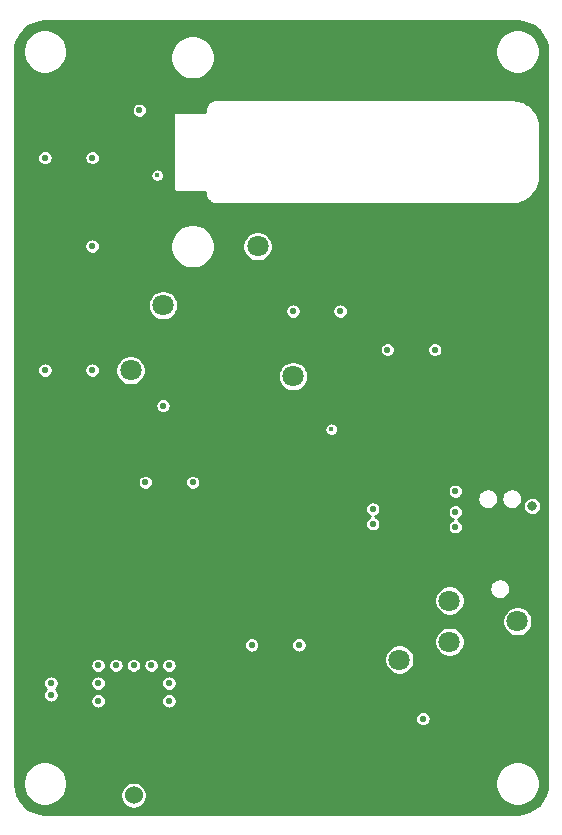
<source format=gbr>
%TF.GenerationSoftware,KiCad,Pcbnew,(5.1.9)-1*%
%TF.CreationDate,2021-03-12T11:46:56-05:00*%
%TF.ProjectId,SensorDemo,53656e73-6f72-4446-956d-6f2e6b696361,rev?*%
%TF.SameCoordinates,PX700e860PY7735940*%
%TF.FileFunction,Copper,L2,Inr*%
%TF.FilePolarity,Positive*%
%FSLAX46Y46*%
G04 Gerber Fmt 4.6, Leading zero omitted, Abs format (unit mm)*
G04 Created by KiCad (PCBNEW (5.1.9)-1) date 2021-03-12 11:46:56*
%MOMM*%
%LPD*%
G01*
G04 APERTURE LIST*
%TA.AperFunction,ComponentPad*%
%ADD10C,1.800000*%
%TD*%
%TA.AperFunction,ViaPad*%
%ADD11C,0.550000*%
%TD*%
%TA.AperFunction,ViaPad*%
%ADD12C,1.016000*%
%TD*%
%TA.AperFunction,ViaPad*%
%ADD13C,0.400000*%
%TD*%
%TA.AperFunction,ViaPad*%
%ADD14C,0.800000*%
%TD*%
%TA.AperFunction,ViaPad*%
%ADD15C,1.524000*%
%TD*%
%TA.AperFunction,Conductor*%
%ADD16C,0.254000*%
%TD*%
%TA.AperFunction,Conductor*%
%ADD17C,0.100000*%
%TD*%
G04 APERTURE END LIST*
D10*
%TO.N,/Vsen*%
%TO.C,Vsen*%
X13000000Y43500000D03*
%TD*%
%TO.N,Net-(U3-Pad7)*%
%TO.C,Vdac*%
X10250000Y38000000D03*
%TD*%
%TO.N,/sensVal*%
%TO.C,sensVal*%
X24000000Y37500000D03*
%TD*%
%TO.N,+5V*%
%TO.C,5V*%
X43000000Y16750000D03*
%TD*%
%TO.N,+3V3*%
%TO.C,3V3*%
X21000000Y48500000D03*
%TD*%
%TO.N,Net-(U2-Pad15)*%
%TO.C,~CS*%
X33000000Y13500000D03*
%TD*%
%TO.N,Net-(U2-Pad16)*%
%TO.C,DIN*%
X37250000Y15000000D03*
%TD*%
%TO.N,Net-(U2-Pad17)*%
%TO.C,SCK*%
X37250000Y18500000D03*
%TD*%
D11*
%TO.N,GND*%
X20000000Y32000000D03*
X10250000Y32000000D03*
X14750000Y36000000D03*
X3000000Y42000000D03*
X7000000Y42000000D03*
X3000000Y60000000D03*
X7000000Y60000000D03*
X9500000Y66000000D03*
X28000000Y47000000D03*
X24000000Y47000000D03*
X28000000Y39750000D03*
X35750000Y31500000D03*
X35750000Y21000000D03*
X7500000Y24500000D03*
X11500000Y24500000D03*
X15500000Y24500000D03*
X19500000Y24500000D03*
X7500000Y21500000D03*
X7500000Y17500000D03*
D12*
X8200000Y2400000D03*
D11*
X17000000Y7000000D03*
X20500000Y7000000D03*
X24000000Y7000000D03*
X27500000Y7000000D03*
X31000000Y7000000D03*
X34500000Y7000000D03*
D13*
X20500000Y10750000D03*
X24500000Y10750000D03*
D11*
X31000000Y8500000D03*
X3500000Y6500000D03*
X3500000Y15500000D03*
X23000000Y29500000D03*
X6250000Y52750000D03*
X23000000Y24500000D03*
X13500000Y38500000D03*
X43500000Y47500000D03*
X40000000Y8000000D03*
D14*
X43200000Y19700000D03*
D11*
X41750000Y33000000D03*
%TO.N,+3V3*%
X7500000Y13000000D03*
X9000000Y13000000D03*
X10500000Y13000000D03*
X12000000Y13000000D03*
X13500000Y13000000D03*
X13500000Y11500000D03*
X13500000Y10000000D03*
X7500000Y11500000D03*
X7500000Y10000000D03*
X3000000Y38000000D03*
X7000000Y38000000D03*
X11500000Y28500000D03*
X15500000Y28500000D03*
X13000000Y35000000D03*
X3000000Y56000000D03*
X7000000Y56000000D03*
X24000000Y43000000D03*
X28000000Y43000000D03*
X32000000Y39750000D03*
X36000000Y39750000D03*
X20500000Y14750000D03*
X24500000Y14750000D03*
X35000000Y8500000D03*
D15*
X10500000Y2000000D03*
D11*
X3500000Y10500000D03*
X3500000Y11500000D03*
X7000000Y48500000D03*
D14*
X44250000Y26500000D03*
D11*
%TO.N,/PGD*%
X30750000Y25000000D03*
X37750000Y24750000D03*
%TO.N,/PGC*%
X30750000Y26250000D03*
X37750000Y26000000D03*
%TO.N,Net-(R9-Pad1)*%
X11000000Y60000000D03*
D13*
%TO.N,/Vsen*%
X12500000Y54500000D03*
D11*
%TO.N,/~MCLR*%
X37750000Y27750000D03*
D13*
X27250000Y33000000D03*
%TD*%
D16*
%TO.N,GND*%
X43493472Y67492222D02*
X43968148Y67348910D01*
X44405953Y67116125D01*
X44790200Y66802739D01*
X45106258Y66420691D01*
X45342093Y65984523D01*
X45488717Y65510857D01*
X45542800Y64996293D01*
X45542801Y3022372D01*
X45492222Y2506529D01*
X45348908Y2031848D01*
X45116125Y1594047D01*
X44802742Y1209802D01*
X44420691Y893742D01*
X43984522Y657907D01*
X43510859Y511283D01*
X42996293Y457200D01*
X3022361Y457200D01*
X2506529Y507778D01*
X2031848Y651092D01*
X1594047Y883875D01*
X1209802Y1197258D01*
X893742Y1579309D01*
X657907Y2015478D01*
X511283Y2489141D01*
X457200Y3003707D01*
X457200Y3185262D01*
X1119000Y3185262D01*
X1119000Y2814738D01*
X1191286Y2451333D01*
X1333080Y2109013D01*
X1538932Y1800933D01*
X1800933Y1538932D01*
X2109013Y1333080D01*
X2451333Y1191286D01*
X2814738Y1119000D01*
X3185262Y1119000D01*
X3548667Y1191286D01*
X3890987Y1333080D01*
X4199067Y1538932D01*
X4461068Y1800933D01*
X4666920Y2109013D01*
X4668395Y2112576D01*
X9357000Y2112576D01*
X9357000Y1887424D01*
X9400925Y1666599D01*
X9487087Y1458587D01*
X9612174Y1271380D01*
X9771380Y1112174D01*
X9958587Y987087D01*
X10166599Y900925D01*
X10387424Y857000D01*
X10612576Y857000D01*
X10833401Y900925D01*
X11041413Y987087D01*
X11228620Y1112174D01*
X11387826Y1271380D01*
X11512913Y1458587D01*
X11599075Y1666599D01*
X11643000Y1887424D01*
X11643000Y2112576D01*
X11599075Y2333401D01*
X11512913Y2541413D01*
X11387826Y2728620D01*
X11228620Y2887826D01*
X11041413Y3012913D01*
X10833401Y3099075D01*
X10612576Y3143000D01*
X10387424Y3143000D01*
X10166599Y3099075D01*
X9958587Y3012913D01*
X9771380Y2887826D01*
X9612174Y2728620D01*
X9487087Y2541413D01*
X9400925Y2333401D01*
X9357000Y2112576D01*
X4668395Y2112576D01*
X4808714Y2451333D01*
X4881000Y2814738D01*
X4881000Y3185262D01*
X41119000Y3185262D01*
X41119000Y2814738D01*
X41191286Y2451333D01*
X41333080Y2109013D01*
X41538932Y1800933D01*
X41800933Y1538932D01*
X42109013Y1333080D01*
X42451333Y1191286D01*
X42814738Y1119000D01*
X43185262Y1119000D01*
X43548667Y1191286D01*
X43890987Y1333080D01*
X44199067Y1538932D01*
X44461068Y1800933D01*
X44666920Y2109013D01*
X44808714Y2451333D01*
X44881000Y2814738D01*
X44881000Y3185262D01*
X44808714Y3548667D01*
X44666920Y3890987D01*
X44461068Y4199067D01*
X44199067Y4461068D01*
X43890987Y4666920D01*
X43548667Y4808714D01*
X43185262Y4881000D01*
X42814738Y4881000D01*
X42451333Y4808714D01*
X42109013Y4666920D01*
X41800933Y4461068D01*
X41538932Y4199067D01*
X41333080Y3890987D01*
X41191286Y3548667D01*
X41119000Y3185262D01*
X4881000Y3185262D01*
X4808714Y3548667D01*
X4666920Y3890987D01*
X4461068Y4199067D01*
X4199067Y4461068D01*
X3890987Y4666920D01*
X3548667Y4808714D01*
X3185262Y4881000D01*
X2814738Y4881000D01*
X2451333Y4808714D01*
X2109013Y4666920D01*
X1800933Y4461068D01*
X1538932Y4199067D01*
X1333080Y3890987D01*
X1191286Y3548667D01*
X1119000Y3185262D01*
X457200Y3185262D01*
X457200Y8564610D01*
X34344000Y8564610D01*
X34344000Y8435390D01*
X34369210Y8308652D01*
X34418660Y8189268D01*
X34490452Y8081824D01*
X34581824Y7990452D01*
X34689268Y7918660D01*
X34808652Y7869210D01*
X34935390Y7844000D01*
X35064610Y7844000D01*
X35191348Y7869210D01*
X35310732Y7918660D01*
X35418176Y7990452D01*
X35509548Y8081824D01*
X35581340Y8189268D01*
X35630790Y8308652D01*
X35656000Y8435390D01*
X35656000Y8564610D01*
X35630790Y8691348D01*
X35581340Y8810732D01*
X35509548Y8918176D01*
X35418176Y9009548D01*
X35310732Y9081340D01*
X35191348Y9130790D01*
X35064610Y9156000D01*
X34935390Y9156000D01*
X34808652Y9130790D01*
X34689268Y9081340D01*
X34581824Y9009548D01*
X34490452Y8918176D01*
X34418660Y8810732D01*
X34369210Y8691348D01*
X34344000Y8564610D01*
X457200Y8564610D01*
X457200Y11564610D01*
X2844000Y11564610D01*
X2844000Y11435390D01*
X2869210Y11308652D01*
X2918660Y11189268D01*
X2990452Y11081824D01*
X3072276Y11000000D01*
X2990452Y10918176D01*
X2918660Y10810732D01*
X2869210Y10691348D01*
X2844000Y10564610D01*
X2844000Y10435390D01*
X2869210Y10308652D01*
X2918660Y10189268D01*
X2990452Y10081824D01*
X3081824Y9990452D01*
X3189268Y9918660D01*
X3308652Y9869210D01*
X3435390Y9844000D01*
X3564610Y9844000D01*
X3691348Y9869210D01*
X3810732Y9918660D01*
X3918176Y9990452D01*
X3992334Y10064610D01*
X6844000Y10064610D01*
X6844000Y9935390D01*
X6869210Y9808652D01*
X6918660Y9689268D01*
X6990452Y9581824D01*
X7081824Y9490452D01*
X7189268Y9418660D01*
X7308652Y9369210D01*
X7435390Y9344000D01*
X7564610Y9344000D01*
X7691348Y9369210D01*
X7810732Y9418660D01*
X7918176Y9490452D01*
X8009548Y9581824D01*
X8081340Y9689268D01*
X8130790Y9808652D01*
X8156000Y9935390D01*
X8156000Y10064610D01*
X12844000Y10064610D01*
X12844000Y9935390D01*
X12869210Y9808652D01*
X12918660Y9689268D01*
X12990452Y9581824D01*
X13081824Y9490452D01*
X13189268Y9418660D01*
X13308652Y9369210D01*
X13435390Y9344000D01*
X13564610Y9344000D01*
X13691348Y9369210D01*
X13810732Y9418660D01*
X13918176Y9490452D01*
X14009548Y9581824D01*
X14081340Y9689268D01*
X14130790Y9808652D01*
X14156000Y9935390D01*
X14156000Y10064610D01*
X14130790Y10191348D01*
X14081340Y10310732D01*
X14009548Y10418176D01*
X13918176Y10509548D01*
X13810732Y10581340D01*
X13691348Y10630790D01*
X13564610Y10656000D01*
X13435390Y10656000D01*
X13308652Y10630790D01*
X13189268Y10581340D01*
X13081824Y10509548D01*
X12990452Y10418176D01*
X12918660Y10310732D01*
X12869210Y10191348D01*
X12844000Y10064610D01*
X8156000Y10064610D01*
X8130790Y10191348D01*
X8081340Y10310732D01*
X8009548Y10418176D01*
X7918176Y10509548D01*
X7810732Y10581340D01*
X7691348Y10630790D01*
X7564610Y10656000D01*
X7435390Y10656000D01*
X7308652Y10630790D01*
X7189268Y10581340D01*
X7081824Y10509548D01*
X6990452Y10418176D01*
X6918660Y10310732D01*
X6869210Y10191348D01*
X6844000Y10064610D01*
X3992334Y10064610D01*
X4009548Y10081824D01*
X4081340Y10189268D01*
X4130790Y10308652D01*
X4156000Y10435390D01*
X4156000Y10564610D01*
X4130790Y10691348D01*
X4081340Y10810732D01*
X4009548Y10918176D01*
X3927724Y11000000D01*
X4009548Y11081824D01*
X4081340Y11189268D01*
X4130790Y11308652D01*
X4156000Y11435390D01*
X4156000Y11564610D01*
X6844000Y11564610D01*
X6844000Y11435390D01*
X6869210Y11308652D01*
X6918660Y11189268D01*
X6990452Y11081824D01*
X7081824Y10990452D01*
X7189268Y10918660D01*
X7308652Y10869210D01*
X7435390Y10844000D01*
X7564610Y10844000D01*
X7691348Y10869210D01*
X7810732Y10918660D01*
X7918176Y10990452D01*
X8009548Y11081824D01*
X8081340Y11189268D01*
X8130790Y11308652D01*
X8156000Y11435390D01*
X8156000Y11564610D01*
X12844000Y11564610D01*
X12844000Y11435390D01*
X12869210Y11308652D01*
X12918660Y11189268D01*
X12990452Y11081824D01*
X13081824Y10990452D01*
X13189268Y10918660D01*
X13308652Y10869210D01*
X13435390Y10844000D01*
X13564610Y10844000D01*
X13691348Y10869210D01*
X13810732Y10918660D01*
X13918176Y10990452D01*
X14009548Y11081824D01*
X14081340Y11189268D01*
X14130790Y11308652D01*
X14156000Y11435390D01*
X14156000Y11564610D01*
X14130790Y11691348D01*
X14081340Y11810732D01*
X14009548Y11918176D01*
X13918176Y12009548D01*
X13810732Y12081340D01*
X13691348Y12130790D01*
X13564610Y12156000D01*
X13435390Y12156000D01*
X13308652Y12130790D01*
X13189268Y12081340D01*
X13081824Y12009548D01*
X12990452Y11918176D01*
X12918660Y11810732D01*
X12869210Y11691348D01*
X12844000Y11564610D01*
X8156000Y11564610D01*
X8130790Y11691348D01*
X8081340Y11810732D01*
X8009548Y11918176D01*
X7918176Y12009548D01*
X7810732Y12081340D01*
X7691348Y12130790D01*
X7564610Y12156000D01*
X7435390Y12156000D01*
X7308652Y12130790D01*
X7189268Y12081340D01*
X7081824Y12009548D01*
X6990452Y11918176D01*
X6918660Y11810732D01*
X6869210Y11691348D01*
X6844000Y11564610D01*
X4156000Y11564610D01*
X4130790Y11691348D01*
X4081340Y11810732D01*
X4009548Y11918176D01*
X3918176Y12009548D01*
X3810732Y12081340D01*
X3691348Y12130790D01*
X3564610Y12156000D01*
X3435390Y12156000D01*
X3308652Y12130790D01*
X3189268Y12081340D01*
X3081824Y12009548D01*
X2990452Y11918176D01*
X2918660Y11810732D01*
X2869210Y11691348D01*
X2844000Y11564610D01*
X457200Y11564610D01*
X457200Y13064610D01*
X6844000Y13064610D01*
X6844000Y12935390D01*
X6869210Y12808652D01*
X6918660Y12689268D01*
X6990452Y12581824D01*
X7081824Y12490452D01*
X7189268Y12418660D01*
X7308652Y12369210D01*
X7435390Y12344000D01*
X7564610Y12344000D01*
X7691348Y12369210D01*
X7810732Y12418660D01*
X7918176Y12490452D01*
X8009548Y12581824D01*
X8081340Y12689268D01*
X8130790Y12808652D01*
X8156000Y12935390D01*
X8156000Y13064610D01*
X8344000Y13064610D01*
X8344000Y12935390D01*
X8369210Y12808652D01*
X8418660Y12689268D01*
X8490452Y12581824D01*
X8581824Y12490452D01*
X8689268Y12418660D01*
X8808652Y12369210D01*
X8935390Y12344000D01*
X9064610Y12344000D01*
X9191348Y12369210D01*
X9310732Y12418660D01*
X9418176Y12490452D01*
X9509548Y12581824D01*
X9581340Y12689268D01*
X9630790Y12808652D01*
X9656000Y12935390D01*
X9656000Y13064610D01*
X9844000Y13064610D01*
X9844000Y12935390D01*
X9869210Y12808652D01*
X9918660Y12689268D01*
X9990452Y12581824D01*
X10081824Y12490452D01*
X10189268Y12418660D01*
X10308652Y12369210D01*
X10435390Y12344000D01*
X10564610Y12344000D01*
X10691348Y12369210D01*
X10810732Y12418660D01*
X10918176Y12490452D01*
X11009548Y12581824D01*
X11081340Y12689268D01*
X11130790Y12808652D01*
X11156000Y12935390D01*
X11156000Y13064610D01*
X11344000Y13064610D01*
X11344000Y12935390D01*
X11369210Y12808652D01*
X11418660Y12689268D01*
X11490452Y12581824D01*
X11581824Y12490452D01*
X11689268Y12418660D01*
X11808652Y12369210D01*
X11935390Y12344000D01*
X12064610Y12344000D01*
X12191348Y12369210D01*
X12310732Y12418660D01*
X12418176Y12490452D01*
X12509548Y12581824D01*
X12581340Y12689268D01*
X12630790Y12808652D01*
X12656000Y12935390D01*
X12656000Y13064610D01*
X12844000Y13064610D01*
X12844000Y12935390D01*
X12869210Y12808652D01*
X12918660Y12689268D01*
X12990452Y12581824D01*
X13081824Y12490452D01*
X13189268Y12418660D01*
X13308652Y12369210D01*
X13435390Y12344000D01*
X13564610Y12344000D01*
X13691348Y12369210D01*
X13810732Y12418660D01*
X13918176Y12490452D01*
X14009548Y12581824D01*
X14081340Y12689268D01*
X14130790Y12808652D01*
X14156000Y12935390D01*
X14156000Y13064610D01*
X14130790Y13191348D01*
X14081340Y13310732D01*
X14009548Y13418176D01*
X13918176Y13509548D01*
X13810732Y13581340D01*
X13702510Y13626167D01*
X31719000Y13626167D01*
X31719000Y13373833D01*
X31768228Y13126346D01*
X31864793Y12893219D01*
X32004982Y12683410D01*
X32183410Y12504982D01*
X32393219Y12364793D01*
X32626346Y12268228D01*
X32873833Y12219000D01*
X33126167Y12219000D01*
X33373654Y12268228D01*
X33606781Y12364793D01*
X33816590Y12504982D01*
X33995018Y12683410D01*
X34135207Y12893219D01*
X34231772Y13126346D01*
X34281000Y13373833D01*
X34281000Y13626167D01*
X34231772Y13873654D01*
X34135207Y14106781D01*
X33995018Y14316590D01*
X33816590Y14495018D01*
X33606781Y14635207D01*
X33373654Y14731772D01*
X33126167Y14781000D01*
X32873833Y14781000D01*
X32626346Y14731772D01*
X32393219Y14635207D01*
X32183410Y14495018D01*
X32004982Y14316590D01*
X31864793Y14106781D01*
X31768228Y13873654D01*
X31719000Y13626167D01*
X13702510Y13626167D01*
X13691348Y13630790D01*
X13564610Y13656000D01*
X13435390Y13656000D01*
X13308652Y13630790D01*
X13189268Y13581340D01*
X13081824Y13509548D01*
X12990452Y13418176D01*
X12918660Y13310732D01*
X12869210Y13191348D01*
X12844000Y13064610D01*
X12656000Y13064610D01*
X12630790Y13191348D01*
X12581340Y13310732D01*
X12509548Y13418176D01*
X12418176Y13509548D01*
X12310732Y13581340D01*
X12191348Y13630790D01*
X12064610Y13656000D01*
X11935390Y13656000D01*
X11808652Y13630790D01*
X11689268Y13581340D01*
X11581824Y13509548D01*
X11490452Y13418176D01*
X11418660Y13310732D01*
X11369210Y13191348D01*
X11344000Y13064610D01*
X11156000Y13064610D01*
X11130790Y13191348D01*
X11081340Y13310732D01*
X11009548Y13418176D01*
X10918176Y13509548D01*
X10810732Y13581340D01*
X10691348Y13630790D01*
X10564610Y13656000D01*
X10435390Y13656000D01*
X10308652Y13630790D01*
X10189268Y13581340D01*
X10081824Y13509548D01*
X9990452Y13418176D01*
X9918660Y13310732D01*
X9869210Y13191348D01*
X9844000Y13064610D01*
X9656000Y13064610D01*
X9630790Y13191348D01*
X9581340Y13310732D01*
X9509548Y13418176D01*
X9418176Y13509548D01*
X9310732Y13581340D01*
X9191348Y13630790D01*
X9064610Y13656000D01*
X8935390Y13656000D01*
X8808652Y13630790D01*
X8689268Y13581340D01*
X8581824Y13509548D01*
X8490452Y13418176D01*
X8418660Y13310732D01*
X8369210Y13191348D01*
X8344000Y13064610D01*
X8156000Y13064610D01*
X8130790Y13191348D01*
X8081340Y13310732D01*
X8009548Y13418176D01*
X7918176Y13509548D01*
X7810732Y13581340D01*
X7691348Y13630790D01*
X7564610Y13656000D01*
X7435390Y13656000D01*
X7308652Y13630790D01*
X7189268Y13581340D01*
X7081824Y13509548D01*
X6990452Y13418176D01*
X6918660Y13310732D01*
X6869210Y13191348D01*
X6844000Y13064610D01*
X457200Y13064610D01*
X457200Y14814610D01*
X19844000Y14814610D01*
X19844000Y14685390D01*
X19869210Y14558652D01*
X19918660Y14439268D01*
X19990452Y14331824D01*
X20081824Y14240452D01*
X20189268Y14168660D01*
X20308652Y14119210D01*
X20435390Y14094000D01*
X20564610Y14094000D01*
X20691348Y14119210D01*
X20810732Y14168660D01*
X20918176Y14240452D01*
X21009548Y14331824D01*
X21081340Y14439268D01*
X21130790Y14558652D01*
X21156000Y14685390D01*
X21156000Y14814610D01*
X23844000Y14814610D01*
X23844000Y14685390D01*
X23869210Y14558652D01*
X23918660Y14439268D01*
X23990452Y14331824D01*
X24081824Y14240452D01*
X24189268Y14168660D01*
X24308652Y14119210D01*
X24435390Y14094000D01*
X24564610Y14094000D01*
X24691348Y14119210D01*
X24810732Y14168660D01*
X24918176Y14240452D01*
X25009548Y14331824D01*
X25081340Y14439268D01*
X25130790Y14558652D01*
X25156000Y14685390D01*
X25156000Y14814610D01*
X25130790Y14941348D01*
X25081340Y15060732D01*
X25037618Y15126167D01*
X35969000Y15126167D01*
X35969000Y14873833D01*
X36018228Y14626346D01*
X36114793Y14393219D01*
X36254982Y14183410D01*
X36433410Y14004982D01*
X36643219Y13864793D01*
X36876346Y13768228D01*
X37123833Y13719000D01*
X37376167Y13719000D01*
X37623654Y13768228D01*
X37856781Y13864793D01*
X38066590Y14004982D01*
X38245018Y14183410D01*
X38385207Y14393219D01*
X38481772Y14626346D01*
X38531000Y14873833D01*
X38531000Y15126167D01*
X38481772Y15373654D01*
X38385207Y15606781D01*
X38245018Y15816590D01*
X38066590Y15995018D01*
X37856781Y16135207D01*
X37623654Y16231772D01*
X37376167Y16281000D01*
X37123833Y16281000D01*
X36876346Y16231772D01*
X36643219Y16135207D01*
X36433410Y15995018D01*
X36254982Y15816590D01*
X36114793Y15606781D01*
X36018228Y15373654D01*
X35969000Y15126167D01*
X25037618Y15126167D01*
X25009548Y15168176D01*
X24918176Y15259548D01*
X24810732Y15331340D01*
X24691348Y15380790D01*
X24564610Y15406000D01*
X24435390Y15406000D01*
X24308652Y15380790D01*
X24189268Y15331340D01*
X24081824Y15259548D01*
X23990452Y15168176D01*
X23918660Y15060732D01*
X23869210Y14941348D01*
X23844000Y14814610D01*
X21156000Y14814610D01*
X21130790Y14941348D01*
X21081340Y15060732D01*
X21009548Y15168176D01*
X20918176Y15259548D01*
X20810732Y15331340D01*
X20691348Y15380790D01*
X20564610Y15406000D01*
X20435390Y15406000D01*
X20308652Y15380790D01*
X20189268Y15331340D01*
X20081824Y15259548D01*
X19990452Y15168176D01*
X19918660Y15060732D01*
X19869210Y14941348D01*
X19844000Y14814610D01*
X457200Y14814610D01*
X457200Y16876167D01*
X41719000Y16876167D01*
X41719000Y16623833D01*
X41768228Y16376346D01*
X41864793Y16143219D01*
X42004982Y15933410D01*
X42183410Y15754982D01*
X42393219Y15614793D01*
X42626346Y15518228D01*
X42873833Y15469000D01*
X43126167Y15469000D01*
X43373654Y15518228D01*
X43606781Y15614793D01*
X43816590Y15754982D01*
X43995018Y15933410D01*
X44135207Y16143219D01*
X44231772Y16376346D01*
X44281000Y16623833D01*
X44281000Y16876167D01*
X44231772Y17123654D01*
X44135207Y17356781D01*
X43995018Y17566590D01*
X43816590Y17745018D01*
X43606781Y17885207D01*
X43373654Y17981772D01*
X43126167Y18031000D01*
X42873833Y18031000D01*
X42626346Y17981772D01*
X42393219Y17885207D01*
X42183410Y17745018D01*
X42004982Y17566590D01*
X41864793Y17356781D01*
X41768228Y17123654D01*
X41719000Y16876167D01*
X457200Y16876167D01*
X457200Y18626167D01*
X35969000Y18626167D01*
X35969000Y18373833D01*
X36018228Y18126346D01*
X36114793Y17893219D01*
X36254982Y17683410D01*
X36433410Y17504982D01*
X36643219Y17364793D01*
X36876346Y17268228D01*
X37123833Y17219000D01*
X37376167Y17219000D01*
X37623654Y17268228D01*
X37856781Y17364793D01*
X38066590Y17504982D01*
X38245018Y17683410D01*
X38385207Y17893219D01*
X38481772Y18126346D01*
X38531000Y18373833D01*
X38531000Y18626167D01*
X38481772Y18873654D01*
X38385207Y19106781D01*
X38245018Y19316590D01*
X38066590Y19495018D01*
X37928092Y19587559D01*
X40611000Y19587559D01*
X40611000Y19412441D01*
X40645164Y19240688D01*
X40712179Y19078901D01*
X40809469Y18933296D01*
X40933296Y18809469D01*
X41078901Y18712179D01*
X41240688Y18645164D01*
X41412441Y18611000D01*
X41587559Y18611000D01*
X41759312Y18645164D01*
X41921099Y18712179D01*
X42066704Y18809469D01*
X42190531Y18933296D01*
X42287821Y19078901D01*
X42354836Y19240688D01*
X42389000Y19412441D01*
X42389000Y19587559D01*
X42354836Y19759312D01*
X42287821Y19921099D01*
X42190531Y20066704D01*
X42066704Y20190531D01*
X41921099Y20287821D01*
X41759312Y20354836D01*
X41587559Y20389000D01*
X41412441Y20389000D01*
X41240688Y20354836D01*
X41078901Y20287821D01*
X40933296Y20190531D01*
X40809469Y20066704D01*
X40712179Y19921099D01*
X40645164Y19759312D01*
X40611000Y19587559D01*
X37928092Y19587559D01*
X37856781Y19635207D01*
X37623654Y19731772D01*
X37376167Y19781000D01*
X37123833Y19781000D01*
X36876346Y19731772D01*
X36643219Y19635207D01*
X36433410Y19495018D01*
X36254982Y19316590D01*
X36114793Y19106781D01*
X36018228Y18873654D01*
X35969000Y18626167D01*
X457200Y18626167D01*
X457200Y26314610D01*
X30094000Y26314610D01*
X30094000Y26185390D01*
X30119210Y26058652D01*
X30168660Y25939268D01*
X30240452Y25831824D01*
X30331824Y25740452D01*
X30439268Y25668660D01*
X30544674Y25625000D01*
X30439268Y25581340D01*
X30331824Y25509548D01*
X30240452Y25418176D01*
X30168660Y25310732D01*
X30119210Y25191348D01*
X30094000Y25064610D01*
X30094000Y24935390D01*
X30119210Y24808652D01*
X30168660Y24689268D01*
X30240452Y24581824D01*
X30331824Y24490452D01*
X30439268Y24418660D01*
X30558652Y24369210D01*
X30685390Y24344000D01*
X30814610Y24344000D01*
X30941348Y24369210D01*
X31060732Y24418660D01*
X31168176Y24490452D01*
X31259548Y24581824D01*
X31331340Y24689268D01*
X31380790Y24808652D01*
X31406000Y24935390D01*
X31406000Y25064610D01*
X31380790Y25191348D01*
X31331340Y25310732D01*
X31259548Y25418176D01*
X31168176Y25509548D01*
X31060732Y25581340D01*
X30955326Y25625000D01*
X31060732Y25668660D01*
X31168176Y25740452D01*
X31259548Y25831824D01*
X31331340Y25939268D01*
X31380790Y26058652D01*
X31381975Y26064610D01*
X37094000Y26064610D01*
X37094000Y25935390D01*
X37119210Y25808652D01*
X37168660Y25689268D01*
X37240452Y25581824D01*
X37331824Y25490452D01*
X37439268Y25418660D01*
X37544674Y25375000D01*
X37439268Y25331340D01*
X37331824Y25259548D01*
X37240452Y25168176D01*
X37168660Y25060732D01*
X37119210Y24941348D01*
X37094000Y24814610D01*
X37094000Y24685390D01*
X37119210Y24558652D01*
X37168660Y24439268D01*
X37240452Y24331824D01*
X37331824Y24240452D01*
X37439268Y24168660D01*
X37558652Y24119210D01*
X37685390Y24094000D01*
X37814610Y24094000D01*
X37941348Y24119210D01*
X38060732Y24168660D01*
X38168176Y24240452D01*
X38259548Y24331824D01*
X38331340Y24439268D01*
X38380790Y24558652D01*
X38406000Y24685390D01*
X38406000Y24814610D01*
X38380790Y24941348D01*
X38331340Y25060732D01*
X38259548Y25168176D01*
X38168176Y25259548D01*
X38060732Y25331340D01*
X37955326Y25375000D01*
X38060732Y25418660D01*
X38168176Y25490452D01*
X38259548Y25581824D01*
X38331340Y25689268D01*
X38380790Y25808652D01*
X38406000Y25935390D01*
X38406000Y26064610D01*
X38380790Y26191348D01*
X38331340Y26310732D01*
X38259548Y26418176D01*
X38168176Y26509548D01*
X38060732Y26581340D01*
X37941348Y26630790D01*
X37814610Y26656000D01*
X37685390Y26656000D01*
X37558652Y26630790D01*
X37439268Y26581340D01*
X37331824Y26509548D01*
X37240452Y26418176D01*
X37168660Y26310732D01*
X37119210Y26191348D01*
X37094000Y26064610D01*
X31381975Y26064610D01*
X31406000Y26185390D01*
X31406000Y26314610D01*
X31380790Y26441348D01*
X31331340Y26560732D01*
X31259548Y26668176D01*
X31168176Y26759548D01*
X31060732Y26831340D01*
X30941348Y26880790D01*
X30814610Y26906000D01*
X30685390Y26906000D01*
X30558652Y26880790D01*
X30439268Y26831340D01*
X30331824Y26759548D01*
X30240452Y26668176D01*
X30168660Y26560732D01*
X30119210Y26441348D01*
X30094000Y26314610D01*
X457200Y26314610D01*
X457200Y27814610D01*
X37094000Y27814610D01*
X37094000Y27685390D01*
X37119210Y27558652D01*
X37168660Y27439268D01*
X37240452Y27331824D01*
X37331824Y27240452D01*
X37439268Y27168660D01*
X37558652Y27119210D01*
X37685390Y27094000D01*
X37814610Y27094000D01*
X37941348Y27119210D01*
X38060732Y27168660D01*
X38118948Y27207559D01*
X39595000Y27207559D01*
X39595000Y27032441D01*
X39629164Y26860688D01*
X39696179Y26698901D01*
X39793469Y26553296D01*
X39917296Y26429469D01*
X40062901Y26332179D01*
X40224688Y26265164D01*
X40396441Y26231000D01*
X40571559Y26231000D01*
X40743312Y26265164D01*
X40905099Y26332179D01*
X41050704Y26429469D01*
X41174531Y26553296D01*
X41271821Y26698901D01*
X41338836Y26860688D01*
X41373000Y27032441D01*
X41373000Y27207559D01*
X41627000Y27207559D01*
X41627000Y27032441D01*
X41661164Y26860688D01*
X41728179Y26698901D01*
X41825469Y26553296D01*
X41949296Y26429469D01*
X42094901Y26332179D01*
X42256688Y26265164D01*
X42428441Y26231000D01*
X42603559Y26231000D01*
X42775312Y26265164D01*
X42937099Y26332179D01*
X43082704Y26429469D01*
X43206531Y26553296D01*
X43222317Y26576922D01*
X43469000Y26576922D01*
X43469000Y26423078D01*
X43499013Y26272191D01*
X43557887Y26130058D01*
X43643358Y26002141D01*
X43752141Y25893358D01*
X43880058Y25807887D01*
X44022191Y25749013D01*
X44173078Y25719000D01*
X44326922Y25719000D01*
X44477809Y25749013D01*
X44619942Y25807887D01*
X44747859Y25893358D01*
X44856642Y26002141D01*
X44942113Y26130058D01*
X45000987Y26272191D01*
X45031000Y26423078D01*
X45031000Y26576922D01*
X45000987Y26727809D01*
X44942113Y26869942D01*
X44856642Y26997859D01*
X44747859Y27106642D01*
X44619942Y27192113D01*
X44477809Y27250987D01*
X44326922Y27281000D01*
X44173078Y27281000D01*
X44022191Y27250987D01*
X43880058Y27192113D01*
X43752141Y27106642D01*
X43643358Y26997859D01*
X43557887Y26869942D01*
X43499013Y26727809D01*
X43469000Y26576922D01*
X43222317Y26576922D01*
X43303821Y26698901D01*
X43370836Y26860688D01*
X43405000Y27032441D01*
X43405000Y27207559D01*
X43370836Y27379312D01*
X43303821Y27541099D01*
X43206531Y27686704D01*
X43082704Y27810531D01*
X42937099Y27907821D01*
X42775312Y27974836D01*
X42603559Y28009000D01*
X42428441Y28009000D01*
X42256688Y27974836D01*
X42094901Y27907821D01*
X41949296Y27810531D01*
X41825469Y27686704D01*
X41728179Y27541099D01*
X41661164Y27379312D01*
X41627000Y27207559D01*
X41373000Y27207559D01*
X41338836Y27379312D01*
X41271821Y27541099D01*
X41174531Y27686704D01*
X41050704Y27810531D01*
X40905099Y27907821D01*
X40743312Y27974836D01*
X40571559Y28009000D01*
X40396441Y28009000D01*
X40224688Y27974836D01*
X40062901Y27907821D01*
X39917296Y27810531D01*
X39793469Y27686704D01*
X39696179Y27541099D01*
X39629164Y27379312D01*
X39595000Y27207559D01*
X38118948Y27207559D01*
X38168176Y27240452D01*
X38259548Y27331824D01*
X38331340Y27439268D01*
X38380790Y27558652D01*
X38406000Y27685390D01*
X38406000Y27814610D01*
X38380790Y27941348D01*
X38331340Y28060732D01*
X38259548Y28168176D01*
X38168176Y28259548D01*
X38060732Y28331340D01*
X37941348Y28380790D01*
X37814610Y28406000D01*
X37685390Y28406000D01*
X37558652Y28380790D01*
X37439268Y28331340D01*
X37331824Y28259548D01*
X37240452Y28168176D01*
X37168660Y28060732D01*
X37119210Y27941348D01*
X37094000Y27814610D01*
X457200Y27814610D01*
X457200Y28564610D01*
X10844000Y28564610D01*
X10844000Y28435390D01*
X10869210Y28308652D01*
X10918660Y28189268D01*
X10990452Y28081824D01*
X11081824Y27990452D01*
X11189268Y27918660D01*
X11308652Y27869210D01*
X11435390Y27844000D01*
X11564610Y27844000D01*
X11691348Y27869210D01*
X11810732Y27918660D01*
X11918176Y27990452D01*
X12009548Y28081824D01*
X12081340Y28189268D01*
X12130790Y28308652D01*
X12156000Y28435390D01*
X12156000Y28564610D01*
X14844000Y28564610D01*
X14844000Y28435390D01*
X14869210Y28308652D01*
X14918660Y28189268D01*
X14990452Y28081824D01*
X15081824Y27990452D01*
X15189268Y27918660D01*
X15308652Y27869210D01*
X15435390Y27844000D01*
X15564610Y27844000D01*
X15691348Y27869210D01*
X15810732Y27918660D01*
X15918176Y27990452D01*
X16009548Y28081824D01*
X16081340Y28189268D01*
X16130790Y28308652D01*
X16156000Y28435390D01*
X16156000Y28564610D01*
X16130790Y28691348D01*
X16081340Y28810732D01*
X16009548Y28918176D01*
X15918176Y29009548D01*
X15810732Y29081340D01*
X15691348Y29130790D01*
X15564610Y29156000D01*
X15435390Y29156000D01*
X15308652Y29130790D01*
X15189268Y29081340D01*
X15081824Y29009548D01*
X14990452Y28918176D01*
X14918660Y28810732D01*
X14869210Y28691348D01*
X14844000Y28564610D01*
X12156000Y28564610D01*
X12130790Y28691348D01*
X12081340Y28810732D01*
X12009548Y28918176D01*
X11918176Y29009548D01*
X11810732Y29081340D01*
X11691348Y29130790D01*
X11564610Y29156000D01*
X11435390Y29156000D01*
X11308652Y29130790D01*
X11189268Y29081340D01*
X11081824Y29009548D01*
X10990452Y28918176D01*
X10918660Y28810732D01*
X10869210Y28691348D01*
X10844000Y28564610D01*
X457200Y28564610D01*
X457200Y33057223D01*
X26669000Y33057223D01*
X26669000Y32942777D01*
X26691328Y32830529D01*
X26735125Y32724793D01*
X26798708Y32629634D01*
X26879634Y32548708D01*
X26974793Y32485125D01*
X27080529Y32441328D01*
X27192777Y32419000D01*
X27307223Y32419000D01*
X27419471Y32441328D01*
X27525207Y32485125D01*
X27620366Y32548708D01*
X27701292Y32629634D01*
X27764875Y32724793D01*
X27808672Y32830529D01*
X27831000Y32942777D01*
X27831000Y33057223D01*
X27808672Y33169471D01*
X27764875Y33275207D01*
X27701292Y33370366D01*
X27620366Y33451292D01*
X27525207Y33514875D01*
X27419471Y33558672D01*
X27307223Y33581000D01*
X27192777Y33581000D01*
X27080529Y33558672D01*
X26974793Y33514875D01*
X26879634Y33451292D01*
X26798708Y33370366D01*
X26735125Y33275207D01*
X26691328Y33169471D01*
X26669000Y33057223D01*
X457200Y33057223D01*
X457200Y35064610D01*
X12344000Y35064610D01*
X12344000Y34935390D01*
X12369210Y34808652D01*
X12418660Y34689268D01*
X12490452Y34581824D01*
X12581824Y34490452D01*
X12689268Y34418660D01*
X12808652Y34369210D01*
X12935390Y34344000D01*
X13064610Y34344000D01*
X13191348Y34369210D01*
X13310732Y34418660D01*
X13418176Y34490452D01*
X13509548Y34581824D01*
X13581340Y34689268D01*
X13630790Y34808652D01*
X13656000Y34935390D01*
X13656000Y35064610D01*
X13630790Y35191348D01*
X13581340Y35310732D01*
X13509548Y35418176D01*
X13418176Y35509548D01*
X13310732Y35581340D01*
X13191348Y35630790D01*
X13064610Y35656000D01*
X12935390Y35656000D01*
X12808652Y35630790D01*
X12689268Y35581340D01*
X12581824Y35509548D01*
X12490452Y35418176D01*
X12418660Y35310732D01*
X12369210Y35191348D01*
X12344000Y35064610D01*
X457200Y35064610D01*
X457200Y38064610D01*
X2344000Y38064610D01*
X2344000Y37935390D01*
X2369210Y37808652D01*
X2418660Y37689268D01*
X2490452Y37581824D01*
X2581824Y37490452D01*
X2689268Y37418660D01*
X2808652Y37369210D01*
X2935390Y37344000D01*
X3064610Y37344000D01*
X3191348Y37369210D01*
X3310732Y37418660D01*
X3418176Y37490452D01*
X3509548Y37581824D01*
X3581340Y37689268D01*
X3630790Y37808652D01*
X3656000Y37935390D01*
X3656000Y38064610D01*
X6344000Y38064610D01*
X6344000Y37935390D01*
X6369210Y37808652D01*
X6418660Y37689268D01*
X6490452Y37581824D01*
X6581824Y37490452D01*
X6689268Y37418660D01*
X6808652Y37369210D01*
X6935390Y37344000D01*
X7064610Y37344000D01*
X7191348Y37369210D01*
X7310732Y37418660D01*
X7418176Y37490452D01*
X7509548Y37581824D01*
X7581340Y37689268D01*
X7630790Y37808652D01*
X7656000Y37935390D01*
X7656000Y38064610D01*
X7643756Y38126167D01*
X8969000Y38126167D01*
X8969000Y37873833D01*
X9018228Y37626346D01*
X9114793Y37393219D01*
X9254982Y37183410D01*
X9433410Y37004982D01*
X9643219Y36864793D01*
X9876346Y36768228D01*
X10123833Y36719000D01*
X10376167Y36719000D01*
X10623654Y36768228D01*
X10856781Y36864793D01*
X11066590Y37004982D01*
X11245018Y37183410D01*
X11385207Y37393219D01*
X11481697Y37626167D01*
X22719000Y37626167D01*
X22719000Y37373833D01*
X22768228Y37126346D01*
X22864793Y36893219D01*
X23004982Y36683410D01*
X23183410Y36504982D01*
X23393219Y36364793D01*
X23626346Y36268228D01*
X23873833Y36219000D01*
X24126167Y36219000D01*
X24373654Y36268228D01*
X24606781Y36364793D01*
X24816590Y36504982D01*
X24995018Y36683410D01*
X25135207Y36893219D01*
X25231772Y37126346D01*
X25281000Y37373833D01*
X25281000Y37626167D01*
X25231772Y37873654D01*
X25135207Y38106781D01*
X24995018Y38316590D01*
X24816590Y38495018D01*
X24606781Y38635207D01*
X24373654Y38731772D01*
X24126167Y38781000D01*
X23873833Y38781000D01*
X23626346Y38731772D01*
X23393219Y38635207D01*
X23183410Y38495018D01*
X23004982Y38316590D01*
X22864793Y38106781D01*
X22768228Y37873654D01*
X22719000Y37626167D01*
X11481697Y37626167D01*
X11481772Y37626346D01*
X11531000Y37873833D01*
X11531000Y38126167D01*
X11481772Y38373654D01*
X11385207Y38606781D01*
X11245018Y38816590D01*
X11066590Y38995018D01*
X10856781Y39135207D01*
X10623654Y39231772D01*
X10376167Y39281000D01*
X10123833Y39281000D01*
X9876346Y39231772D01*
X9643219Y39135207D01*
X9433410Y38995018D01*
X9254982Y38816590D01*
X9114793Y38606781D01*
X9018228Y38373654D01*
X8969000Y38126167D01*
X7643756Y38126167D01*
X7630790Y38191348D01*
X7581340Y38310732D01*
X7509548Y38418176D01*
X7418176Y38509548D01*
X7310732Y38581340D01*
X7191348Y38630790D01*
X7064610Y38656000D01*
X6935390Y38656000D01*
X6808652Y38630790D01*
X6689268Y38581340D01*
X6581824Y38509548D01*
X6490452Y38418176D01*
X6418660Y38310732D01*
X6369210Y38191348D01*
X6344000Y38064610D01*
X3656000Y38064610D01*
X3630790Y38191348D01*
X3581340Y38310732D01*
X3509548Y38418176D01*
X3418176Y38509548D01*
X3310732Y38581340D01*
X3191348Y38630790D01*
X3064610Y38656000D01*
X2935390Y38656000D01*
X2808652Y38630790D01*
X2689268Y38581340D01*
X2581824Y38509548D01*
X2490452Y38418176D01*
X2418660Y38310732D01*
X2369210Y38191348D01*
X2344000Y38064610D01*
X457200Y38064610D01*
X457200Y39814610D01*
X31344000Y39814610D01*
X31344000Y39685390D01*
X31369210Y39558652D01*
X31418660Y39439268D01*
X31490452Y39331824D01*
X31581824Y39240452D01*
X31689268Y39168660D01*
X31808652Y39119210D01*
X31935390Y39094000D01*
X32064610Y39094000D01*
X32191348Y39119210D01*
X32310732Y39168660D01*
X32418176Y39240452D01*
X32509548Y39331824D01*
X32581340Y39439268D01*
X32630790Y39558652D01*
X32656000Y39685390D01*
X32656000Y39814610D01*
X35344000Y39814610D01*
X35344000Y39685390D01*
X35369210Y39558652D01*
X35418660Y39439268D01*
X35490452Y39331824D01*
X35581824Y39240452D01*
X35689268Y39168660D01*
X35808652Y39119210D01*
X35935390Y39094000D01*
X36064610Y39094000D01*
X36191348Y39119210D01*
X36310732Y39168660D01*
X36418176Y39240452D01*
X36509548Y39331824D01*
X36581340Y39439268D01*
X36630790Y39558652D01*
X36656000Y39685390D01*
X36656000Y39814610D01*
X36630790Y39941348D01*
X36581340Y40060732D01*
X36509548Y40168176D01*
X36418176Y40259548D01*
X36310732Y40331340D01*
X36191348Y40380790D01*
X36064610Y40406000D01*
X35935390Y40406000D01*
X35808652Y40380790D01*
X35689268Y40331340D01*
X35581824Y40259548D01*
X35490452Y40168176D01*
X35418660Y40060732D01*
X35369210Y39941348D01*
X35344000Y39814610D01*
X32656000Y39814610D01*
X32630790Y39941348D01*
X32581340Y40060732D01*
X32509548Y40168176D01*
X32418176Y40259548D01*
X32310732Y40331340D01*
X32191348Y40380790D01*
X32064610Y40406000D01*
X31935390Y40406000D01*
X31808652Y40380790D01*
X31689268Y40331340D01*
X31581824Y40259548D01*
X31490452Y40168176D01*
X31418660Y40060732D01*
X31369210Y39941348D01*
X31344000Y39814610D01*
X457200Y39814610D01*
X457200Y43626167D01*
X11719000Y43626167D01*
X11719000Y43373833D01*
X11768228Y43126346D01*
X11864793Y42893219D01*
X12004982Y42683410D01*
X12183410Y42504982D01*
X12393219Y42364793D01*
X12626346Y42268228D01*
X12873833Y42219000D01*
X13126167Y42219000D01*
X13373654Y42268228D01*
X13606781Y42364793D01*
X13816590Y42504982D01*
X13995018Y42683410D01*
X14135207Y42893219D01*
X14206199Y43064610D01*
X23344000Y43064610D01*
X23344000Y42935390D01*
X23369210Y42808652D01*
X23418660Y42689268D01*
X23490452Y42581824D01*
X23581824Y42490452D01*
X23689268Y42418660D01*
X23808652Y42369210D01*
X23935390Y42344000D01*
X24064610Y42344000D01*
X24191348Y42369210D01*
X24310732Y42418660D01*
X24418176Y42490452D01*
X24509548Y42581824D01*
X24581340Y42689268D01*
X24630790Y42808652D01*
X24656000Y42935390D01*
X24656000Y43064610D01*
X27344000Y43064610D01*
X27344000Y42935390D01*
X27369210Y42808652D01*
X27418660Y42689268D01*
X27490452Y42581824D01*
X27581824Y42490452D01*
X27689268Y42418660D01*
X27808652Y42369210D01*
X27935390Y42344000D01*
X28064610Y42344000D01*
X28191348Y42369210D01*
X28310732Y42418660D01*
X28418176Y42490452D01*
X28509548Y42581824D01*
X28581340Y42689268D01*
X28630790Y42808652D01*
X28656000Y42935390D01*
X28656000Y43064610D01*
X28630790Y43191348D01*
X28581340Y43310732D01*
X28509548Y43418176D01*
X28418176Y43509548D01*
X28310732Y43581340D01*
X28191348Y43630790D01*
X28064610Y43656000D01*
X27935390Y43656000D01*
X27808652Y43630790D01*
X27689268Y43581340D01*
X27581824Y43509548D01*
X27490452Y43418176D01*
X27418660Y43310732D01*
X27369210Y43191348D01*
X27344000Y43064610D01*
X24656000Y43064610D01*
X24630790Y43191348D01*
X24581340Y43310732D01*
X24509548Y43418176D01*
X24418176Y43509548D01*
X24310732Y43581340D01*
X24191348Y43630790D01*
X24064610Y43656000D01*
X23935390Y43656000D01*
X23808652Y43630790D01*
X23689268Y43581340D01*
X23581824Y43509548D01*
X23490452Y43418176D01*
X23418660Y43310732D01*
X23369210Y43191348D01*
X23344000Y43064610D01*
X14206199Y43064610D01*
X14231772Y43126346D01*
X14281000Y43373833D01*
X14281000Y43626167D01*
X14231772Y43873654D01*
X14135207Y44106781D01*
X13995018Y44316590D01*
X13816590Y44495018D01*
X13606781Y44635207D01*
X13373654Y44731772D01*
X13126167Y44781000D01*
X12873833Y44781000D01*
X12626346Y44731772D01*
X12393219Y44635207D01*
X12183410Y44495018D01*
X12004982Y44316590D01*
X11864793Y44106781D01*
X11768228Y43873654D01*
X11719000Y43626167D01*
X457200Y43626167D01*
X457200Y48564610D01*
X6344000Y48564610D01*
X6344000Y48435390D01*
X6369210Y48308652D01*
X6418660Y48189268D01*
X6490452Y48081824D01*
X6581824Y47990452D01*
X6689268Y47918660D01*
X6808652Y47869210D01*
X6935390Y47844000D01*
X7064610Y47844000D01*
X7191348Y47869210D01*
X7310732Y47918660D01*
X7418176Y47990452D01*
X7509548Y48081824D01*
X7581340Y48189268D01*
X7630790Y48308652D01*
X7656000Y48435390D01*
X7656000Y48564610D01*
X7632001Y48685262D01*
X13619000Y48685262D01*
X13619000Y48314738D01*
X13691286Y47951333D01*
X13833080Y47609013D01*
X14038932Y47300933D01*
X14300933Y47038932D01*
X14609013Y46833080D01*
X14951333Y46691286D01*
X15314738Y46619000D01*
X15685262Y46619000D01*
X16048667Y46691286D01*
X16390987Y46833080D01*
X16699067Y47038932D01*
X16961068Y47300933D01*
X17166920Y47609013D01*
X17308714Y47951333D01*
X17381000Y48314738D01*
X17381000Y48626167D01*
X19719000Y48626167D01*
X19719000Y48373833D01*
X19768228Y48126346D01*
X19864793Y47893219D01*
X20004982Y47683410D01*
X20183410Y47504982D01*
X20393219Y47364793D01*
X20626346Y47268228D01*
X20873833Y47219000D01*
X21126167Y47219000D01*
X21373654Y47268228D01*
X21606781Y47364793D01*
X21816590Y47504982D01*
X21995018Y47683410D01*
X22135207Y47893219D01*
X22231772Y48126346D01*
X22281000Y48373833D01*
X22281000Y48626167D01*
X22231772Y48873654D01*
X22135207Y49106781D01*
X21995018Y49316590D01*
X21816590Y49495018D01*
X21606781Y49635207D01*
X21373654Y49731772D01*
X21126167Y49781000D01*
X20873833Y49781000D01*
X20626346Y49731772D01*
X20393219Y49635207D01*
X20183410Y49495018D01*
X20004982Y49316590D01*
X19864793Y49106781D01*
X19768228Y48873654D01*
X19719000Y48626167D01*
X17381000Y48626167D01*
X17381000Y48685262D01*
X17308714Y49048667D01*
X17166920Y49390987D01*
X16961068Y49699067D01*
X16699067Y49961068D01*
X16390987Y50166920D01*
X16048667Y50308714D01*
X15685262Y50381000D01*
X15314738Y50381000D01*
X14951333Y50308714D01*
X14609013Y50166920D01*
X14300933Y49961068D01*
X14038932Y49699067D01*
X13833080Y49390987D01*
X13691286Y49048667D01*
X13619000Y48685262D01*
X7632001Y48685262D01*
X7630790Y48691348D01*
X7581340Y48810732D01*
X7509548Y48918176D01*
X7418176Y49009548D01*
X7310732Y49081340D01*
X7191348Y49130790D01*
X7064610Y49156000D01*
X6935390Y49156000D01*
X6808652Y49130790D01*
X6689268Y49081340D01*
X6581824Y49009548D01*
X6490452Y48918176D01*
X6418660Y48810732D01*
X6369210Y48691348D01*
X6344000Y48564610D01*
X457200Y48564610D01*
X457200Y54557223D01*
X11919000Y54557223D01*
X11919000Y54442777D01*
X11941328Y54330529D01*
X11985125Y54224793D01*
X12048708Y54129634D01*
X12129634Y54048708D01*
X12224793Y53985125D01*
X12330529Y53941328D01*
X12442777Y53919000D01*
X12557223Y53919000D01*
X12669471Y53941328D01*
X12775207Y53985125D01*
X12870366Y54048708D01*
X12951292Y54129634D01*
X13014875Y54224793D01*
X13058672Y54330529D01*
X13081000Y54442777D01*
X13081000Y54557223D01*
X13058672Y54669471D01*
X13014875Y54775207D01*
X12951292Y54870366D01*
X12870366Y54951292D01*
X12775207Y55014875D01*
X12669471Y55058672D01*
X12557223Y55081000D01*
X12442777Y55081000D01*
X12330529Y55058672D01*
X12224793Y55014875D01*
X12129634Y54951292D01*
X12048708Y54870366D01*
X11985125Y54775207D01*
X11941328Y54669471D01*
X11919000Y54557223D01*
X457200Y54557223D01*
X457200Y56064610D01*
X2344000Y56064610D01*
X2344000Y55935390D01*
X2369210Y55808652D01*
X2418660Y55689268D01*
X2490452Y55581824D01*
X2581824Y55490452D01*
X2689268Y55418660D01*
X2808652Y55369210D01*
X2935390Y55344000D01*
X3064610Y55344000D01*
X3191348Y55369210D01*
X3310732Y55418660D01*
X3418176Y55490452D01*
X3509548Y55581824D01*
X3581340Y55689268D01*
X3630790Y55808652D01*
X3656000Y55935390D01*
X3656000Y56064610D01*
X6344000Y56064610D01*
X6344000Y55935390D01*
X6369210Y55808652D01*
X6418660Y55689268D01*
X6490452Y55581824D01*
X6581824Y55490452D01*
X6689268Y55418660D01*
X6808652Y55369210D01*
X6935390Y55344000D01*
X7064610Y55344000D01*
X7191348Y55369210D01*
X7310732Y55418660D01*
X7418176Y55490452D01*
X7509548Y55581824D01*
X7581340Y55689268D01*
X7630790Y55808652D01*
X7656000Y55935390D01*
X7656000Y56064610D01*
X7630790Y56191348D01*
X7581340Y56310732D01*
X7509548Y56418176D01*
X7418176Y56509548D01*
X7310732Y56581340D01*
X7191348Y56630790D01*
X7064610Y56656000D01*
X6935390Y56656000D01*
X6808652Y56630790D01*
X6689268Y56581340D01*
X6581824Y56509548D01*
X6490452Y56418176D01*
X6418660Y56310732D01*
X6369210Y56191348D01*
X6344000Y56064610D01*
X3656000Y56064610D01*
X3630790Y56191348D01*
X3581340Y56310732D01*
X3509548Y56418176D01*
X3418176Y56509548D01*
X3310732Y56581340D01*
X3191348Y56630790D01*
X3064610Y56656000D01*
X2935390Y56656000D01*
X2808652Y56630790D01*
X2689268Y56581340D01*
X2581824Y56509548D01*
X2490452Y56418176D01*
X2418660Y56310732D01*
X2369210Y56191348D01*
X2344000Y56064610D01*
X457200Y56064610D01*
X457200Y60064610D01*
X10344000Y60064610D01*
X10344000Y59935390D01*
X10369210Y59808652D01*
X10418660Y59689268D01*
X10490452Y59581824D01*
X10581824Y59490452D01*
X10689268Y59418660D01*
X10808652Y59369210D01*
X10935390Y59344000D01*
X11064610Y59344000D01*
X11191348Y59369210D01*
X11310732Y59418660D01*
X11418176Y59490452D01*
X11509548Y59581824D01*
X11581340Y59689268D01*
X11606495Y59750000D01*
X13873000Y59750000D01*
X13873000Y53250000D01*
X13875440Y53225224D01*
X13882667Y53201399D01*
X13894403Y53179443D01*
X13910197Y53160197D01*
X13929443Y53144403D01*
X13951399Y53132667D01*
X13975224Y53125440D01*
X14000000Y53123000D01*
X16552434Y53123000D01*
X16544694Y53037945D01*
X16544983Y52996475D01*
X16544694Y52955073D01*
X16545316Y52948730D01*
X16545316Y52948717D01*
X16545318Y52948705D01*
X16555517Y52851671D01*
X16563858Y52811036D01*
X16571614Y52770376D01*
X16573455Y52764276D01*
X16573458Y52764263D01*
X16573463Y52764251D01*
X16602315Y52671045D01*
X16618375Y52632839D01*
X16633897Y52594422D01*
X16636888Y52588795D01*
X16636892Y52588787D01*
X16636897Y52588780D01*
X16683307Y52502947D01*
X16706484Y52468585D01*
X16729168Y52433921D01*
X16733199Y52428978D01*
X16733203Y52428972D01*
X16733208Y52428967D01*
X16795405Y52353784D01*
X16824847Y52324547D01*
X16853798Y52294983D01*
X16858716Y52290913D01*
X16934337Y52229237D01*
X16968881Y52206285D01*
X17003048Y52182891D01*
X17008664Y52179854D01*
X17094825Y52134042D01*
X17133150Y52118246D01*
X17171219Y52101929D01*
X17177318Y52100041D01*
X17270736Y52071836D01*
X17311444Y52063775D01*
X17351921Y52055172D01*
X17358261Y52054505D01*
X17358266Y52054504D01*
X17358270Y52054504D01*
X17454834Y52045036D01*
X17477540Y52042800D01*
X42522460Y52042800D01*
X42542950Y52044818D01*
X42555400Y52044731D01*
X42561754Y52045354D01*
X42949946Y52086155D01*
X42990574Y52094494D01*
X43031242Y52102252D01*
X43037344Y52104094D01*
X43037354Y52104096D01*
X43037363Y52104100D01*
X43410228Y52219521D01*
X43448462Y52235593D01*
X43486849Y52251102D01*
X43492486Y52254098D01*
X43835841Y52439750D01*
X43870187Y52462916D01*
X43904869Y52485612D01*
X43909817Y52489647D01*
X44210572Y52738454D01*
X44239792Y52767878D01*
X44269376Y52796849D01*
X44273440Y52801762D01*
X44273446Y52801768D01*
X44273450Y52801775D01*
X44520146Y53104253D01*
X44543077Y53138765D01*
X44566489Y53172958D01*
X44569521Y53178566D01*
X44569526Y53178574D01*
X44569529Y53178582D01*
X44752775Y53523216D01*
X44768563Y53561521D01*
X44784890Y53599615D01*
X44786779Y53605714D01*
X44899596Y53979385D01*
X44907645Y54020036D01*
X44916260Y54060567D01*
X44916928Y54066916D01*
X44955018Y54455385D01*
X44957200Y54477540D01*
X44957200Y58522460D01*
X44955182Y58542950D01*
X44955269Y58555400D01*
X44954646Y58561754D01*
X44913845Y58949947D01*
X44905512Y58990544D01*
X44897748Y59031242D01*
X44895903Y59037354D01*
X44780479Y59410229D01*
X44764402Y59448476D01*
X44748898Y59486849D01*
X44745902Y59492486D01*
X44560251Y59835841D01*
X44537066Y59870214D01*
X44514388Y59904869D01*
X44510353Y59909817D01*
X44261546Y60210572D01*
X44232138Y60239775D01*
X44203151Y60269376D01*
X44198232Y60273446D01*
X43895747Y60520146D01*
X43861201Y60543099D01*
X43827041Y60566489D01*
X43821426Y60569526D01*
X43476784Y60752775D01*
X43438437Y60768581D01*
X43400384Y60784890D01*
X43394290Y60786778D01*
X43394284Y60786780D01*
X43020614Y60899597D01*
X42979935Y60907651D01*
X42939433Y60916260D01*
X42933084Y60916928D01*
X42544615Y60955018D01*
X42522460Y60957200D01*
X17477540Y60957200D01*
X17454887Y60954969D01*
X17448407Y60954969D01*
X17442058Y60954302D01*
X17345083Y60943425D01*
X17304503Y60934800D01*
X17263900Y60926760D01*
X17257807Y60924875D01*
X17257803Y60924874D01*
X17257800Y60924873D01*
X17257801Y60924873D01*
X17164786Y60895367D01*
X17126654Y60879024D01*
X17088388Y60863252D01*
X17082776Y60860218D01*
X17082771Y60860216D01*
X17082767Y60860213D01*
X16997259Y60813205D01*
X16963043Y60789777D01*
X16928551Y60766860D01*
X16923632Y60762791D01*
X16848880Y60700066D01*
X16819857Y60670429D01*
X16790487Y60641263D01*
X16786451Y60636316D01*
X16725305Y60560266D01*
X16702598Y60525566D01*
X16679443Y60491237D01*
X16676449Y60485606D01*
X16676446Y60485602D01*
X16676446Y60485601D01*
X16631235Y60399121D01*
X16615691Y60360649D01*
X16599656Y60322503D01*
X16597810Y60316391D01*
X16570258Y60222780D01*
X16562492Y60182069D01*
X16554161Y60141481D01*
X16553538Y60135127D01*
X16544694Y60037945D01*
X16544983Y59996475D01*
X16544694Y59955073D01*
X16545316Y59948730D01*
X16545316Y59948717D01*
X16545318Y59948705D01*
X16552855Y59877000D01*
X14000000Y59877000D01*
X13975224Y59874560D01*
X13951399Y59867333D01*
X13929443Y59855597D01*
X13910197Y59839803D01*
X13894403Y59820557D01*
X13882667Y59798601D01*
X13875440Y59774776D01*
X13873000Y59750000D01*
X11606495Y59750000D01*
X11630790Y59808652D01*
X11656000Y59935390D01*
X11656000Y60064610D01*
X11630790Y60191348D01*
X11581340Y60310732D01*
X11509548Y60418176D01*
X11418176Y60509548D01*
X11310732Y60581340D01*
X11191348Y60630790D01*
X11064610Y60656000D01*
X10935390Y60656000D01*
X10808652Y60630790D01*
X10689268Y60581340D01*
X10581824Y60509548D01*
X10490452Y60418176D01*
X10418660Y60310732D01*
X10369210Y60191348D01*
X10344000Y60064610D01*
X457200Y60064610D01*
X457200Y64977639D01*
X477557Y65185262D01*
X1119000Y65185262D01*
X1119000Y64814738D01*
X1191286Y64451333D01*
X1333080Y64109013D01*
X1538932Y63800933D01*
X1800933Y63538932D01*
X2109013Y63333080D01*
X2451333Y63191286D01*
X2814738Y63119000D01*
X3185262Y63119000D01*
X3548667Y63191286D01*
X3890987Y63333080D01*
X4199067Y63538932D01*
X4461068Y63800933D01*
X4666920Y64109013D01*
X4808714Y64451333D01*
X4855245Y64685262D01*
X13619000Y64685262D01*
X13619000Y64314738D01*
X13691286Y63951333D01*
X13833080Y63609013D01*
X14038932Y63300933D01*
X14300933Y63038932D01*
X14609013Y62833080D01*
X14951333Y62691286D01*
X15314738Y62619000D01*
X15685262Y62619000D01*
X16048667Y62691286D01*
X16390987Y62833080D01*
X16699067Y63038932D01*
X16961068Y63300933D01*
X17166920Y63609013D01*
X17308714Y63951333D01*
X17381000Y64314738D01*
X17381000Y64685262D01*
X17308714Y65048667D01*
X17252135Y65185262D01*
X41119000Y65185262D01*
X41119000Y64814738D01*
X41191286Y64451333D01*
X41333080Y64109013D01*
X41538932Y63800933D01*
X41800933Y63538932D01*
X42109013Y63333080D01*
X42451333Y63191286D01*
X42814738Y63119000D01*
X43185262Y63119000D01*
X43548667Y63191286D01*
X43890987Y63333080D01*
X44199067Y63538932D01*
X44461068Y63800933D01*
X44666920Y64109013D01*
X44808714Y64451333D01*
X44881000Y64814738D01*
X44881000Y65185262D01*
X44808714Y65548667D01*
X44666920Y65890987D01*
X44461068Y66199067D01*
X44199067Y66461068D01*
X43890987Y66666920D01*
X43548667Y66808714D01*
X43185262Y66881000D01*
X42814738Y66881000D01*
X42451333Y66808714D01*
X42109013Y66666920D01*
X41800933Y66461068D01*
X41538932Y66199067D01*
X41333080Y65890987D01*
X41191286Y65548667D01*
X41119000Y65185262D01*
X17252135Y65185262D01*
X17166920Y65390987D01*
X16961068Y65699067D01*
X16699067Y65961068D01*
X16390987Y66166920D01*
X16048667Y66308714D01*
X15685262Y66381000D01*
X15314738Y66381000D01*
X14951333Y66308714D01*
X14609013Y66166920D01*
X14300933Y65961068D01*
X14038932Y65699067D01*
X13833080Y65390987D01*
X13691286Y65048667D01*
X13619000Y64685262D01*
X4855245Y64685262D01*
X4881000Y64814738D01*
X4881000Y65185262D01*
X4808714Y65548667D01*
X4666920Y65890987D01*
X4461068Y66199067D01*
X4199067Y66461068D01*
X3890987Y66666920D01*
X3548667Y66808714D01*
X3185262Y66881000D01*
X2814738Y66881000D01*
X2451333Y66808714D01*
X2109013Y66666920D01*
X1800933Y66461068D01*
X1538932Y66199067D01*
X1333080Y65890987D01*
X1191286Y65548667D01*
X1119000Y65185262D01*
X477557Y65185262D01*
X507778Y65493472D01*
X651090Y65968148D01*
X883875Y66405953D01*
X1197261Y66790200D01*
X1579309Y67106258D01*
X2015477Y67342093D01*
X2489143Y67488717D01*
X3003707Y67542800D01*
X42977639Y67542800D01*
X43493472Y67492222D01*
%TA.AperFunction,Conductor*%
D17*
G36*
X43493472Y67492222D02*
G01*
X43968148Y67348910D01*
X44405953Y67116125D01*
X44790200Y66802739D01*
X45106258Y66420691D01*
X45342093Y65984523D01*
X45488717Y65510857D01*
X45542800Y64996293D01*
X45542801Y3022372D01*
X45492222Y2506529D01*
X45348908Y2031848D01*
X45116125Y1594047D01*
X44802742Y1209802D01*
X44420691Y893742D01*
X43984522Y657907D01*
X43510859Y511283D01*
X42996293Y457200D01*
X3022361Y457200D01*
X2506529Y507778D01*
X2031848Y651092D01*
X1594047Y883875D01*
X1209802Y1197258D01*
X893742Y1579309D01*
X657907Y2015478D01*
X511283Y2489141D01*
X457200Y3003707D01*
X457200Y3185262D01*
X1119000Y3185262D01*
X1119000Y2814738D01*
X1191286Y2451333D01*
X1333080Y2109013D01*
X1538932Y1800933D01*
X1800933Y1538932D01*
X2109013Y1333080D01*
X2451333Y1191286D01*
X2814738Y1119000D01*
X3185262Y1119000D01*
X3548667Y1191286D01*
X3890987Y1333080D01*
X4199067Y1538932D01*
X4461068Y1800933D01*
X4666920Y2109013D01*
X4668395Y2112576D01*
X9357000Y2112576D01*
X9357000Y1887424D01*
X9400925Y1666599D01*
X9487087Y1458587D01*
X9612174Y1271380D01*
X9771380Y1112174D01*
X9958587Y987087D01*
X10166599Y900925D01*
X10387424Y857000D01*
X10612576Y857000D01*
X10833401Y900925D01*
X11041413Y987087D01*
X11228620Y1112174D01*
X11387826Y1271380D01*
X11512913Y1458587D01*
X11599075Y1666599D01*
X11643000Y1887424D01*
X11643000Y2112576D01*
X11599075Y2333401D01*
X11512913Y2541413D01*
X11387826Y2728620D01*
X11228620Y2887826D01*
X11041413Y3012913D01*
X10833401Y3099075D01*
X10612576Y3143000D01*
X10387424Y3143000D01*
X10166599Y3099075D01*
X9958587Y3012913D01*
X9771380Y2887826D01*
X9612174Y2728620D01*
X9487087Y2541413D01*
X9400925Y2333401D01*
X9357000Y2112576D01*
X4668395Y2112576D01*
X4808714Y2451333D01*
X4881000Y2814738D01*
X4881000Y3185262D01*
X41119000Y3185262D01*
X41119000Y2814738D01*
X41191286Y2451333D01*
X41333080Y2109013D01*
X41538932Y1800933D01*
X41800933Y1538932D01*
X42109013Y1333080D01*
X42451333Y1191286D01*
X42814738Y1119000D01*
X43185262Y1119000D01*
X43548667Y1191286D01*
X43890987Y1333080D01*
X44199067Y1538932D01*
X44461068Y1800933D01*
X44666920Y2109013D01*
X44808714Y2451333D01*
X44881000Y2814738D01*
X44881000Y3185262D01*
X44808714Y3548667D01*
X44666920Y3890987D01*
X44461068Y4199067D01*
X44199067Y4461068D01*
X43890987Y4666920D01*
X43548667Y4808714D01*
X43185262Y4881000D01*
X42814738Y4881000D01*
X42451333Y4808714D01*
X42109013Y4666920D01*
X41800933Y4461068D01*
X41538932Y4199067D01*
X41333080Y3890987D01*
X41191286Y3548667D01*
X41119000Y3185262D01*
X4881000Y3185262D01*
X4808714Y3548667D01*
X4666920Y3890987D01*
X4461068Y4199067D01*
X4199067Y4461068D01*
X3890987Y4666920D01*
X3548667Y4808714D01*
X3185262Y4881000D01*
X2814738Y4881000D01*
X2451333Y4808714D01*
X2109013Y4666920D01*
X1800933Y4461068D01*
X1538932Y4199067D01*
X1333080Y3890987D01*
X1191286Y3548667D01*
X1119000Y3185262D01*
X457200Y3185262D01*
X457200Y8564610D01*
X34344000Y8564610D01*
X34344000Y8435390D01*
X34369210Y8308652D01*
X34418660Y8189268D01*
X34490452Y8081824D01*
X34581824Y7990452D01*
X34689268Y7918660D01*
X34808652Y7869210D01*
X34935390Y7844000D01*
X35064610Y7844000D01*
X35191348Y7869210D01*
X35310732Y7918660D01*
X35418176Y7990452D01*
X35509548Y8081824D01*
X35581340Y8189268D01*
X35630790Y8308652D01*
X35656000Y8435390D01*
X35656000Y8564610D01*
X35630790Y8691348D01*
X35581340Y8810732D01*
X35509548Y8918176D01*
X35418176Y9009548D01*
X35310732Y9081340D01*
X35191348Y9130790D01*
X35064610Y9156000D01*
X34935390Y9156000D01*
X34808652Y9130790D01*
X34689268Y9081340D01*
X34581824Y9009548D01*
X34490452Y8918176D01*
X34418660Y8810732D01*
X34369210Y8691348D01*
X34344000Y8564610D01*
X457200Y8564610D01*
X457200Y11564610D01*
X2844000Y11564610D01*
X2844000Y11435390D01*
X2869210Y11308652D01*
X2918660Y11189268D01*
X2990452Y11081824D01*
X3072276Y11000000D01*
X2990452Y10918176D01*
X2918660Y10810732D01*
X2869210Y10691348D01*
X2844000Y10564610D01*
X2844000Y10435390D01*
X2869210Y10308652D01*
X2918660Y10189268D01*
X2990452Y10081824D01*
X3081824Y9990452D01*
X3189268Y9918660D01*
X3308652Y9869210D01*
X3435390Y9844000D01*
X3564610Y9844000D01*
X3691348Y9869210D01*
X3810732Y9918660D01*
X3918176Y9990452D01*
X3992334Y10064610D01*
X6844000Y10064610D01*
X6844000Y9935390D01*
X6869210Y9808652D01*
X6918660Y9689268D01*
X6990452Y9581824D01*
X7081824Y9490452D01*
X7189268Y9418660D01*
X7308652Y9369210D01*
X7435390Y9344000D01*
X7564610Y9344000D01*
X7691348Y9369210D01*
X7810732Y9418660D01*
X7918176Y9490452D01*
X8009548Y9581824D01*
X8081340Y9689268D01*
X8130790Y9808652D01*
X8156000Y9935390D01*
X8156000Y10064610D01*
X12844000Y10064610D01*
X12844000Y9935390D01*
X12869210Y9808652D01*
X12918660Y9689268D01*
X12990452Y9581824D01*
X13081824Y9490452D01*
X13189268Y9418660D01*
X13308652Y9369210D01*
X13435390Y9344000D01*
X13564610Y9344000D01*
X13691348Y9369210D01*
X13810732Y9418660D01*
X13918176Y9490452D01*
X14009548Y9581824D01*
X14081340Y9689268D01*
X14130790Y9808652D01*
X14156000Y9935390D01*
X14156000Y10064610D01*
X14130790Y10191348D01*
X14081340Y10310732D01*
X14009548Y10418176D01*
X13918176Y10509548D01*
X13810732Y10581340D01*
X13691348Y10630790D01*
X13564610Y10656000D01*
X13435390Y10656000D01*
X13308652Y10630790D01*
X13189268Y10581340D01*
X13081824Y10509548D01*
X12990452Y10418176D01*
X12918660Y10310732D01*
X12869210Y10191348D01*
X12844000Y10064610D01*
X8156000Y10064610D01*
X8130790Y10191348D01*
X8081340Y10310732D01*
X8009548Y10418176D01*
X7918176Y10509548D01*
X7810732Y10581340D01*
X7691348Y10630790D01*
X7564610Y10656000D01*
X7435390Y10656000D01*
X7308652Y10630790D01*
X7189268Y10581340D01*
X7081824Y10509548D01*
X6990452Y10418176D01*
X6918660Y10310732D01*
X6869210Y10191348D01*
X6844000Y10064610D01*
X3992334Y10064610D01*
X4009548Y10081824D01*
X4081340Y10189268D01*
X4130790Y10308652D01*
X4156000Y10435390D01*
X4156000Y10564610D01*
X4130790Y10691348D01*
X4081340Y10810732D01*
X4009548Y10918176D01*
X3927724Y11000000D01*
X4009548Y11081824D01*
X4081340Y11189268D01*
X4130790Y11308652D01*
X4156000Y11435390D01*
X4156000Y11564610D01*
X6844000Y11564610D01*
X6844000Y11435390D01*
X6869210Y11308652D01*
X6918660Y11189268D01*
X6990452Y11081824D01*
X7081824Y10990452D01*
X7189268Y10918660D01*
X7308652Y10869210D01*
X7435390Y10844000D01*
X7564610Y10844000D01*
X7691348Y10869210D01*
X7810732Y10918660D01*
X7918176Y10990452D01*
X8009548Y11081824D01*
X8081340Y11189268D01*
X8130790Y11308652D01*
X8156000Y11435390D01*
X8156000Y11564610D01*
X12844000Y11564610D01*
X12844000Y11435390D01*
X12869210Y11308652D01*
X12918660Y11189268D01*
X12990452Y11081824D01*
X13081824Y10990452D01*
X13189268Y10918660D01*
X13308652Y10869210D01*
X13435390Y10844000D01*
X13564610Y10844000D01*
X13691348Y10869210D01*
X13810732Y10918660D01*
X13918176Y10990452D01*
X14009548Y11081824D01*
X14081340Y11189268D01*
X14130790Y11308652D01*
X14156000Y11435390D01*
X14156000Y11564610D01*
X14130790Y11691348D01*
X14081340Y11810732D01*
X14009548Y11918176D01*
X13918176Y12009548D01*
X13810732Y12081340D01*
X13691348Y12130790D01*
X13564610Y12156000D01*
X13435390Y12156000D01*
X13308652Y12130790D01*
X13189268Y12081340D01*
X13081824Y12009548D01*
X12990452Y11918176D01*
X12918660Y11810732D01*
X12869210Y11691348D01*
X12844000Y11564610D01*
X8156000Y11564610D01*
X8130790Y11691348D01*
X8081340Y11810732D01*
X8009548Y11918176D01*
X7918176Y12009548D01*
X7810732Y12081340D01*
X7691348Y12130790D01*
X7564610Y12156000D01*
X7435390Y12156000D01*
X7308652Y12130790D01*
X7189268Y12081340D01*
X7081824Y12009548D01*
X6990452Y11918176D01*
X6918660Y11810732D01*
X6869210Y11691348D01*
X6844000Y11564610D01*
X4156000Y11564610D01*
X4130790Y11691348D01*
X4081340Y11810732D01*
X4009548Y11918176D01*
X3918176Y12009548D01*
X3810732Y12081340D01*
X3691348Y12130790D01*
X3564610Y12156000D01*
X3435390Y12156000D01*
X3308652Y12130790D01*
X3189268Y12081340D01*
X3081824Y12009548D01*
X2990452Y11918176D01*
X2918660Y11810732D01*
X2869210Y11691348D01*
X2844000Y11564610D01*
X457200Y11564610D01*
X457200Y13064610D01*
X6844000Y13064610D01*
X6844000Y12935390D01*
X6869210Y12808652D01*
X6918660Y12689268D01*
X6990452Y12581824D01*
X7081824Y12490452D01*
X7189268Y12418660D01*
X7308652Y12369210D01*
X7435390Y12344000D01*
X7564610Y12344000D01*
X7691348Y12369210D01*
X7810732Y12418660D01*
X7918176Y12490452D01*
X8009548Y12581824D01*
X8081340Y12689268D01*
X8130790Y12808652D01*
X8156000Y12935390D01*
X8156000Y13064610D01*
X8344000Y13064610D01*
X8344000Y12935390D01*
X8369210Y12808652D01*
X8418660Y12689268D01*
X8490452Y12581824D01*
X8581824Y12490452D01*
X8689268Y12418660D01*
X8808652Y12369210D01*
X8935390Y12344000D01*
X9064610Y12344000D01*
X9191348Y12369210D01*
X9310732Y12418660D01*
X9418176Y12490452D01*
X9509548Y12581824D01*
X9581340Y12689268D01*
X9630790Y12808652D01*
X9656000Y12935390D01*
X9656000Y13064610D01*
X9844000Y13064610D01*
X9844000Y12935390D01*
X9869210Y12808652D01*
X9918660Y12689268D01*
X9990452Y12581824D01*
X10081824Y12490452D01*
X10189268Y12418660D01*
X10308652Y12369210D01*
X10435390Y12344000D01*
X10564610Y12344000D01*
X10691348Y12369210D01*
X10810732Y12418660D01*
X10918176Y12490452D01*
X11009548Y12581824D01*
X11081340Y12689268D01*
X11130790Y12808652D01*
X11156000Y12935390D01*
X11156000Y13064610D01*
X11344000Y13064610D01*
X11344000Y12935390D01*
X11369210Y12808652D01*
X11418660Y12689268D01*
X11490452Y12581824D01*
X11581824Y12490452D01*
X11689268Y12418660D01*
X11808652Y12369210D01*
X11935390Y12344000D01*
X12064610Y12344000D01*
X12191348Y12369210D01*
X12310732Y12418660D01*
X12418176Y12490452D01*
X12509548Y12581824D01*
X12581340Y12689268D01*
X12630790Y12808652D01*
X12656000Y12935390D01*
X12656000Y13064610D01*
X12844000Y13064610D01*
X12844000Y12935390D01*
X12869210Y12808652D01*
X12918660Y12689268D01*
X12990452Y12581824D01*
X13081824Y12490452D01*
X13189268Y12418660D01*
X13308652Y12369210D01*
X13435390Y12344000D01*
X13564610Y12344000D01*
X13691348Y12369210D01*
X13810732Y12418660D01*
X13918176Y12490452D01*
X14009548Y12581824D01*
X14081340Y12689268D01*
X14130790Y12808652D01*
X14156000Y12935390D01*
X14156000Y13064610D01*
X14130790Y13191348D01*
X14081340Y13310732D01*
X14009548Y13418176D01*
X13918176Y13509548D01*
X13810732Y13581340D01*
X13702510Y13626167D01*
X31719000Y13626167D01*
X31719000Y13373833D01*
X31768228Y13126346D01*
X31864793Y12893219D01*
X32004982Y12683410D01*
X32183410Y12504982D01*
X32393219Y12364793D01*
X32626346Y12268228D01*
X32873833Y12219000D01*
X33126167Y12219000D01*
X33373654Y12268228D01*
X33606781Y12364793D01*
X33816590Y12504982D01*
X33995018Y12683410D01*
X34135207Y12893219D01*
X34231772Y13126346D01*
X34281000Y13373833D01*
X34281000Y13626167D01*
X34231772Y13873654D01*
X34135207Y14106781D01*
X33995018Y14316590D01*
X33816590Y14495018D01*
X33606781Y14635207D01*
X33373654Y14731772D01*
X33126167Y14781000D01*
X32873833Y14781000D01*
X32626346Y14731772D01*
X32393219Y14635207D01*
X32183410Y14495018D01*
X32004982Y14316590D01*
X31864793Y14106781D01*
X31768228Y13873654D01*
X31719000Y13626167D01*
X13702510Y13626167D01*
X13691348Y13630790D01*
X13564610Y13656000D01*
X13435390Y13656000D01*
X13308652Y13630790D01*
X13189268Y13581340D01*
X13081824Y13509548D01*
X12990452Y13418176D01*
X12918660Y13310732D01*
X12869210Y13191348D01*
X12844000Y13064610D01*
X12656000Y13064610D01*
X12630790Y13191348D01*
X12581340Y13310732D01*
X12509548Y13418176D01*
X12418176Y13509548D01*
X12310732Y13581340D01*
X12191348Y13630790D01*
X12064610Y13656000D01*
X11935390Y13656000D01*
X11808652Y13630790D01*
X11689268Y13581340D01*
X11581824Y13509548D01*
X11490452Y13418176D01*
X11418660Y13310732D01*
X11369210Y13191348D01*
X11344000Y13064610D01*
X11156000Y13064610D01*
X11130790Y13191348D01*
X11081340Y13310732D01*
X11009548Y13418176D01*
X10918176Y13509548D01*
X10810732Y13581340D01*
X10691348Y13630790D01*
X10564610Y13656000D01*
X10435390Y13656000D01*
X10308652Y13630790D01*
X10189268Y13581340D01*
X10081824Y13509548D01*
X9990452Y13418176D01*
X9918660Y13310732D01*
X9869210Y13191348D01*
X9844000Y13064610D01*
X9656000Y13064610D01*
X9630790Y13191348D01*
X9581340Y13310732D01*
X9509548Y13418176D01*
X9418176Y13509548D01*
X9310732Y13581340D01*
X9191348Y13630790D01*
X9064610Y13656000D01*
X8935390Y13656000D01*
X8808652Y13630790D01*
X8689268Y13581340D01*
X8581824Y13509548D01*
X8490452Y13418176D01*
X8418660Y13310732D01*
X8369210Y13191348D01*
X8344000Y13064610D01*
X8156000Y13064610D01*
X8130790Y13191348D01*
X8081340Y13310732D01*
X8009548Y13418176D01*
X7918176Y13509548D01*
X7810732Y13581340D01*
X7691348Y13630790D01*
X7564610Y13656000D01*
X7435390Y13656000D01*
X7308652Y13630790D01*
X7189268Y13581340D01*
X7081824Y13509548D01*
X6990452Y13418176D01*
X6918660Y13310732D01*
X6869210Y13191348D01*
X6844000Y13064610D01*
X457200Y13064610D01*
X457200Y14814610D01*
X19844000Y14814610D01*
X19844000Y14685390D01*
X19869210Y14558652D01*
X19918660Y14439268D01*
X19990452Y14331824D01*
X20081824Y14240452D01*
X20189268Y14168660D01*
X20308652Y14119210D01*
X20435390Y14094000D01*
X20564610Y14094000D01*
X20691348Y14119210D01*
X20810732Y14168660D01*
X20918176Y14240452D01*
X21009548Y14331824D01*
X21081340Y14439268D01*
X21130790Y14558652D01*
X21156000Y14685390D01*
X21156000Y14814610D01*
X23844000Y14814610D01*
X23844000Y14685390D01*
X23869210Y14558652D01*
X23918660Y14439268D01*
X23990452Y14331824D01*
X24081824Y14240452D01*
X24189268Y14168660D01*
X24308652Y14119210D01*
X24435390Y14094000D01*
X24564610Y14094000D01*
X24691348Y14119210D01*
X24810732Y14168660D01*
X24918176Y14240452D01*
X25009548Y14331824D01*
X25081340Y14439268D01*
X25130790Y14558652D01*
X25156000Y14685390D01*
X25156000Y14814610D01*
X25130790Y14941348D01*
X25081340Y15060732D01*
X25037618Y15126167D01*
X35969000Y15126167D01*
X35969000Y14873833D01*
X36018228Y14626346D01*
X36114793Y14393219D01*
X36254982Y14183410D01*
X36433410Y14004982D01*
X36643219Y13864793D01*
X36876346Y13768228D01*
X37123833Y13719000D01*
X37376167Y13719000D01*
X37623654Y13768228D01*
X37856781Y13864793D01*
X38066590Y14004982D01*
X38245018Y14183410D01*
X38385207Y14393219D01*
X38481772Y14626346D01*
X38531000Y14873833D01*
X38531000Y15126167D01*
X38481772Y15373654D01*
X38385207Y15606781D01*
X38245018Y15816590D01*
X38066590Y15995018D01*
X37856781Y16135207D01*
X37623654Y16231772D01*
X37376167Y16281000D01*
X37123833Y16281000D01*
X36876346Y16231772D01*
X36643219Y16135207D01*
X36433410Y15995018D01*
X36254982Y15816590D01*
X36114793Y15606781D01*
X36018228Y15373654D01*
X35969000Y15126167D01*
X25037618Y15126167D01*
X25009548Y15168176D01*
X24918176Y15259548D01*
X24810732Y15331340D01*
X24691348Y15380790D01*
X24564610Y15406000D01*
X24435390Y15406000D01*
X24308652Y15380790D01*
X24189268Y15331340D01*
X24081824Y15259548D01*
X23990452Y15168176D01*
X23918660Y15060732D01*
X23869210Y14941348D01*
X23844000Y14814610D01*
X21156000Y14814610D01*
X21130790Y14941348D01*
X21081340Y15060732D01*
X21009548Y15168176D01*
X20918176Y15259548D01*
X20810732Y15331340D01*
X20691348Y15380790D01*
X20564610Y15406000D01*
X20435390Y15406000D01*
X20308652Y15380790D01*
X20189268Y15331340D01*
X20081824Y15259548D01*
X19990452Y15168176D01*
X19918660Y15060732D01*
X19869210Y14941348D01*
X19844000Y14814610D01*
X457200Y14814610D01*
X457200Y16876167D01*
X41719000Y16876167D01*
X41719000Y16623833D01*
X41768228Y16376346D01*
X41864793Y16143219D01*
X42004982Y15933410D01*
X42183410Y15754982D01*
X42393219Y15614793D01*
X42626346Y15518228D01*
X42873833Y15469000D01*
X43126167Y15469000D01*
X43373654Y15518228D01*
X43606781Y15614793D01*
X43816590Y15754982D01*
X43995018Y15933410D01*
X44135207Y16143219D01*
X44231772Y16376346D01*
X44281000Y16623833D01*
X44281000Y16876167D01*
X44231772Y17123654D01*
X44135207Y17356781D01*
X43995018Y17566590D01*
X43816590Y17745018D01*
X43606781Y17885207D01*
X43373654Y17981772D01*
X43126167Y18031000D01*
X42873833Y18031000D01*
X42626346Y17981772D01*
X42393219Y17885207D01*
X42183410Y17745018D01*
X42004982Y17566590D01*
X41864793Y17356781D01*
X41768228Y17123654D01*
X41719000Y16876167D01*
X457200Y16876167D01*
X457200Y18626167D01*
X35969000Y18626167D01*
X35969000Y18373833D01*
X36018228Y18126346D01*
X36114793Y17893219D01*
X36254982Y17683410D01*
X36433410Y17504982D01*
X36643219Y17364793D01*
X36876346Y17268228D01*
X37123833Y17219000D01*
X37376167Y17219000D01*
X37623654Y17268228D01*
X37856781Y17364793D01*
X38066590Y17504982D01*
X38245018Y17683410D01*
X38385207Y17893219D01*
X38481772Y18126346D01*
X38531000Y18373833D01*
X38531000Y18626167D01*
X38481772Y18873654D01*
X38385207Y19106781D01*
X38245018Y19316590D01*
X38066590Y19495018D01*
X37928092Y19587559D01*
X40611000Y19587559D01*
X40611000Y19412441D01*
X40645164Y19240688D01*
X40712179Y19078901D01*
X40809469Y18933296D01*
X40933296Y18809469D01*
X41078901Y18712179D01*
X41240688Y18645164D01*
X41412441Y18611000D01*
X41587559Y18611000D01*
X41759312Y18645164D01*
X41921099Y18712179D01*
X42066704Y18809469D01*
X42190531Y18933296D01*
X42287821Y19078901D01*
X42354836Y19240688D01*
X42389000Y19412441D01*
X42389000Y19587559D01*
X42354836Y19759312D01*
X42287821Y19921099D01*
X42190531Y20066704D01*
X42066704Y20190531D01*
X41921099Y20287821D01*
X41759312Y20354836D01*
X41587559Y20389000D01*
X41412441Y20389000D01*
X41240688Y20354836D01*
X41078901Y20287821D01*
X40933296Y20190531D01*
X40809469Y20066704D01*
X40712179Y19921099D01*
X40645164Y19759312D01*
X40611000Y19587559D01*
X37928092Y19587559D01*
X37856781Y19635207D01*
X37623654Y19731772D01*
X37376167Y19781000D01*
X37123833Y19781000D01*
X36876346Y19731772D01*
X36643219Y19635207D01*
X36433410Y19495018D01*
X36254982Y19316590D01*
X36114793Y19106781D01*
X36018228Y18873654D01*
X35969000Y18626167D01*
X457200Y18626167D01*
X457200Y26314610D01*
X30094000Y26314610D01*
X30094000Y26185390D01*
X30119210Y26058652D01*
X30168660Y25939268D01*
X30240452Y25831824D01*
X30331824Y25740452D01*
X30439268Y25668660D01*
X30544674Y25625000D01*
X30439268Y25581340D01*
X30331824Y25509548D01*
X30240452Y25418176D01*
X30168660Y25310732D01*
X30119210Y25191348D01*
X30094000Y25064610D01*
X30094000Y24935390D01*
X30119210Y24808652D01*
X30168660Y24689268D01*
X30240452Y24581824D01*
X30331824Y24490452D01*
X30439268Y24418660D01*
X30558652Y24369210D01*
X30685390Y24344000D01*
X30814610Y24344000D01*
X30941348Y24369210D01*
X31060732Y24418660D01*
X31168176Y24490452D01*
X31259548Y24581824D01*
X31331340Y24689268D01*
X31380790Y24808652D01*
X31406000Y24935390D01*
X31406000Y25064610D01*
X31380790Y25191348D01*
X31331340Y25310732D01*
X31259548Y25418176D01*
X31168176Y25509548D01*
X31060732Y25581340D01*
X30955326Y25625000D01*
X31060732Y25668660D01*
X31168176Y25740452D01*
X31259548Y25831824D01*
X31331340Y25939268D01*
X31380790Y26058652D01*
X31381975Y26064610D01*
X37094000Y26064610D01*
X37094000Y25935390D01*
X37119210Y25808652D01*
X37168660Y25689268D01*
X37240452Y25581824D01*
X37331824Y25490452D01*
X37439268Y25418660D01*
X37544674Y25375000D01*
X37439268Y25331340D01*
X37331824Y25259548D01*
X37240452Y25168176D01*
X37168660Y25060732D01*
X37119210Y24941348D01*
X37094000Y24814610D01*
X37094000Y24685390D01*
X37119210Y24558652D01*
X37168660Y24439268D01*
X37240452Y24331824D01*
X37331824Y24240452D01*
X37439268Y24168660D01*
X37558652Y24119210D01*
X37685390Y24094000D01*
X37814610Y24094000D01*
X37941348Y24119210D01*
X38060732Y24168660D01*
X38168176Y24240452D01*
X38259548Y24331824D01*
X38331340Y24439268D01*
X38380790Y24558652D01*
X38406000Y24685390D01*
X38406000Y24814610D01*
X38380790Y24941348D01*
X38331340Y25060732D01*
X38259548Y25168176D01*
X38168176Y25259548D01*
X38060732Y25331340D01*
X37955326Y25375000D01*
X38060732Y25418660D01*
X38168176Y25490452D01*
X38259548Y25581824D01*
X38331340Y25689268D01*
X38380790Y25808652D01*
X38406000Y25935390D01*
X38406000Y26064610D01*
X38380790Y26191348D01*
X38331340Y26310732D01*
X38259548Y26418176D01*
X38168176Y26509548D01*
X38060732Y26581340D01*
X37941348Y26630790D01*
X37814610Y26656000D01*
X37685390Y26656000D01*
X37558652Y26630790D01*
X37439268Y26581340D01*
X37331824Y26509548D01*
X37240452Y26418176D01*
X37168660Y26310732D01*
X37119210Y26191348D01*
X37094000Y26064610D01*
X31381975Y26064610D01*
X31406000Y26185390D01*
X31406000Y26314610D01*
X31380790Y26441348D01*
X31331340Y26560732D01*
X31259548Y26668176D01*
X31168176Y26759548D01*
X31060732Y26831340D01*
X30941348Y26880790D01*
X30814610Y26906000D01*
X30685390Y26906000D01*
X30558652Y26880790D01*
X30439268Y26831340D01*
X30331824Y26759548D01*
X30240452Y26668176D01*
X30168660Y26560732D01*
X30119210Y26441348D01*
X30094000Y26314610D01*
X457200Y26314610D01*
X457200Y27814610D01*
X37094000Y27814610D01*
X37094000Y27685390D01*
X37119210Y27558652D01*
X37168660Y27439268D01*
X37240452Y27331824D01*
X37331824Y27240452D01*
X37439268Y27168660D01*
X37558652Y27119210D01*
X37685390Y27094000D01*
X37814610Y27094000D01*
X37941348Y27119210D01*
X38060732Y27168660D01*
X38118948Y27207559D01*
X39595000Y27207559D01*
X39595000Y27032441D01*
X39629164Y26860688D01*
X39696179Y26698901D01*
X39793469Y26553296D01*
X39917296Y26429469D01*
X40062901Y26332179D01*
X40224688Y26265164D01*
X40396441Y26231000D01*
X40571559Y26231000D01*
X40743312Y26265164D01*
X40905099Y26332179D01*
X41050704Y26429469D01*
X41174531Y26553296D01*
X41271821Y26698901D01*
X41338836Y26860688D01*
X41373000Y27032441D01*
X41373000Y27207559D01*
X41627000Y27207559D01*
X41627000Y27032441D01*
X41661164Y26860688D01*
X41728179Y26698901D01*
X41825469Y26553296D01*
X41949296Y26429469D01*
X42094901Y26332179D01*
X42256688Y26265164D01*
X42428441Y26231000D01*
X42603559Y26231000D01*
X42775312Y26265164D01*
X42937099Y26332179D01*
X43082704Y26429469D01*
X43206531Y26553296D01*
X43222317Y26576922D01*
X43469000Y26576922D01*
X43469000Y26423078D01*
X43499013Y26272191D01*
X43557887Y26130058D01*
X43643358Y26002141D01*
X43752141Y25893358D01*
X43880058Y25807887D01*
X44022191Y25749013D01*
X44173078Y25719000D01*
X44326922Y25719000D01*
X44477809Y25749013D01*
X44619942Y25807887D01*
X44747859Y25893358D01*
X44856642Y26002141D01*
X44942113Y26130058D01*
X45000987Y26272191D01*
X45031000Y26423078D01*
X45031000Y26576922D01*
X45000987Y26727809D01*
X44942113Y26869942D01*
X44856642Y26997859D01*
X44747859Y27106642D01*
X44619942Y27192113D01*
X44477809Y27250987D01*
X44326922Y27281000D01*
X44173078Y27281000D01*
X44022191Y27250987D01*
X43880058Y27192113D01*
X43752141Y27106642D01*
X43643358Y26997859D01*
X43557887Y26869942D01*
X43499013Y26727809D01*
X43469000Y26576922D01*
X43222317Y26576922D01*
X43303821Y26698901D01*
X43370836Y26860688D01*
X43405000Y27032441D01*
X43405000Y27207559D01*
X43370836Y27379312D01*
X43303821Y27541099D01*
X43206531Y27686704D01*
X43082704Y27810531D01*
X42937099Y27907821D01*
X42775312Y27974836D01*
X42603559Y28009000D01*
X42428441Y28009000D01*
X42256688Y27974836D01*
X42094901Y27907821D01*
X41949296Y27810531D01*
X41825469Y27686704D01*
X41728179Y27541099D01*
X41661164Y27379312D01*
X41627000Y27207559D01*
X41373000Y27207559D01*
X41338836Y27379312D01*
X41271821Y27541099D01*
X41174531Y27686704D01*
X41050704Y27810531D01*
X40905099Y27907821D01*
X40743312Y27974836D01*
X40571559Y28009000D01*
X40396441Y28009000D01*
X40224688Y27974836D01*
X40062901Y27907821D01*
X39917296Y27810531D01*
X39793469Y27686704D01*
X39696179Y27541099D01*
X39629164Y27379312D01*
X39595000Y27207559D01*
X38118948Y27207559D01*
X38168176Y27240452D01*
X38259548Y27331824D01*
X38331340Y27439268D01*
X38380790Y27558652D01*
X38406000Y27685390D01*
X38406000Y27814610D01*
X38380790Y27941348D01*
X38331340Y28060732D01*
X38259548Y28168176D01*
X38168176Y28259548D01*
X38060732Y28331340D01*
X37941348Y28380790D01*
X37814610Y28406000D01*
X37685390Y28406000D01*
X37558652Y28380790D01*
X37439268Y28331340D01*
X37331824Y28259548D01*
X37240452Y28168176D01*
X37168660Y28060732D01*
X37119210Y27941348D01*
X37094000Y27814610D01*
X457200Y27814610D01*
X457200Y28564610D01*
X10844000Y28564610D01*
X10844000Y28435390D01*
X10869210Y28308652D01*
X10918660Y28189268D01*
X10990452Y28081824D01*
X11081824Y27990452D01*
X11189268Y27918660D01*
X11308652Y27869210D01*
X11435390Y27844000D01*
X11564610Y27844000D01*
X11691348Y27869210D01*
X11810732Y27918660D01*
X11918176Y27990452D01*
X12009548Y28081824D01*
X12081340Y28189268D01*
X12130790Y28308652D01*
X12156000Y28435390D01*
X12156000Y28564610D01*
X14844000Y28564610D01*
X14844000Y28435390D01*
X14869210Y28308652D01*
X14918660Y28189268D01*
X14990452Y28081824D01*
X15081824Y27990452D01*
X15189268Y27918660D01*
X15308652Y27869210D01*
X15435390Y27844000D01*
X15564610Y27844000D01*
X15691348Y27869210D01*
X15810732Y27918660D01*
X15918176Y27990452D01*
X16009548Y28081824D01*
X16081340Y28189268D01*
X16130790Y28308652D01*
X16156000Y28435390D01*
X16156000Y28564610D01*
X16130790Y28691348D01*
X16081340Y28810732D01*
X16009548Y28918176D01*
X15918176Y29009548D01*
X15810732Y29081340D01*
X15691348Y29130790D01*
X15564610Y29156000D01*
X15435390Y29156000D01*
X15308652Y29130790D01*
X15189268Y29081340D01*
X15081824Y29009548D01*
X14990452Y28918176D01*
X14918660Y28810732D01*
X14869210Y28691348D01*
X14844000Y28564610D01*
X12156000Y28564610D01*
X12130790Y28691348D01*
X12081340Y28810732D01*
X12009548Y28918176D01*
X11918176Y29009548D01*
X11810732Y29081340D01*
X11691348Y29130790D01*
X11564610Y29156000D01*
X11435390Y29156000D01*
X11308652Y29130790D01*
X11189268Y29081340D01*
X11081824Y29009548D01*
X10990452Y28918176D01*
X10918660Y28810732D01*
X10869210Y28691348D01*
X10844000Y28564610D01*
X457200Y28564610D01*
X457200Y33057223D01*
X26669000Y33057223D01*
X26669000Y32942777D01*
X26691328Y32830529D01*
X26735125Y32724793D01*
X26798708Y32629634D01*
X26879634Y32548708D01*
X26974793Y32485125D01*
X27080529Y32441328D01*
X27192777Y32419000D01*
X27307223Y32419000D01*
X27419471Y32441328D01*
X27525207Y32485125D01*
X27620366Y32548708D01*
X27701292Y32629634D01*
X27764875Y32724793D01*
X27808672Y32830529D01*
X27831000Y32942777D01*
X27831000Y33057223D01*
X27808672Y33169471D01*
X27764875Y33275207D01*
X27701292Y33370366D01*
X27620366Y33451292D01*
X27525207Y33514875D01*
X27419471Y33558672D01*
X27307223Y33581000D01*
X27192777Y33581000D01*
X27080529Y33558672D01*
X26974793Y33514875D01*
X26879634Y33451292D01*
X26798708Y33370366D01*
X26735125Y33275207D01*
X26691328Y33169471D01*
X26669000Y33057223D01*
X457200Y33057223D01*
X457200Y35064610D01*
X12344000Y35064610D01*
X12344000Y34935390D01*
X12369210Y34808652D01*
X12418660Y34689268D01*
X12490452Y34581824D01*
X12581824Y34490452D01*
X12689268Y34418660D01*
X12808652Y34369210D01*
X12935390Y34344000D01*
X13064610Y34344000D01*
X13191348Y34369210D01*
X13310732Y34418660D01*
X13418176Y34490452D01*
X13509548Y34581824D01*
X13581340Y34689268D01*
X13630790Y34808652D01*
X13656000Y34935390D01*
X13656000Y35064610D01*
X13630790Y35191348D01*
X13581340Y35310732D01*
X13509548Y35418176D01*
X13418176Y35509548D01*
X13310732Y35581340D01*
X13191348Y35630790D01*
X13064610Y35656000D01*
X12935390Y35656000D01*
X12808652Y35630790D01*
X12689268Y35581340D01*
X12581824Y35509548D01*
X12490452Y35418176D01*
X12418660Y35310732D01*
X12369210Y35191348D01*
X12344000Y35064610D01*
X457200Y35064610D01*
X457200Y38064610D01*
X2344000Y38064610D01*
X2344000Y37935390D01*
X2369210Y37808652D01*
X2418660Y37689268D01*
X2490452Y37581824D01*
X2581824Y37490452D01*
X2689268Y37418660D01*
X2808652Y37369210D01*
X2935390Y37344000D01*
X3064610Y37344000D01*
X3191348Y37369210D01*
X3310732Y37418660D01*
X3418176Y37490452D01*
X3509548Y37581824D01*
X3581340Y37689268D01*
X3630790Y37808652D01*
X3656000Y37935390D01*
X3656000Y38064610D01*
X6344000Y38064610D01*
X6344000Y37935390D01*
X6369210Y37808652D01*
X6418660Y37689268D01*
X6490452Y37581824D01*
X6581824Y37490452D01*
X6689268Y37418660D01*
X6808652Y37369210D01*
X6935390Y37344000D01*
X7064610Y37344000D01*
X7191348Y37369210D01*
X7310732Y37418660D01*
X7418176Y37490452D01*
X7509548Y37581824D01*
X7581340Y37689268D01*
X7630790Y37808652D01*
X7656000Y37935390D01*
X7656000Y38064610D01*
X7643756Y38126167D01*
X8969000Y38126167D01*
X8969000Y37873833D01*
X9018228Y37626346D01*
X9114793Y37393219D01*
X9254982Y37183410D01*
X9433410Y37004982D01*
X9643219Y36864793D01*
X9876346Y36768228D01*
X10123833Y36719000D01*
X10376167Y36719000D01*
X10623654Y36768228D01*
X10856781Y36864793D01*
X11066590Y37004982D01*
X11245018Y37183410D01*
X11385207Y37393219D01*
X11481697Y37626167D01*
X22719000Y37626167D01*
X22719000Y37373833D01*
X22768228Y37126346D01*
X22864793Y36893219D01*
X23004982Y36683410D01*
X23183410Y36504982D01*
X23393219Y36364793D01*
X23626346Y36268228D01*
X23873833Y36219000D01*
X24126167Y36219000D01*
X24373654Y36268228D01*
X24606781Y36364793D01*
X24816590Y36504982D01*
X24995018Y36683410D01*
X25135207Y36893219D01*
X25231772Y37126346D01*
X25281000Y37373833D01*
X25281000Y37626167D01*
X25231772Y37873654D01*
X25135207Y38106781D01*
X24995018Y38316590D01*
X24816590Y38495018D01*
X24606781Y38635207D01*
X24373654Y38731772D01*
X24126167Y38781000D01*
X23873833Y38781000D01*
X23626346Y38731772D01*
X23393219Y38635207D01*
X23183410Y38495018D01*
X23004982Y38316590D01*
X22864793Y38106781D01*
X22768228Y37873654D01*
X22719000Y37626167D01*
X11481697Y37626167D01*
X11481772Y37626346D01*
X11531000Y37873833D01*
X11531000Y38126167D01*
X11481772Y38373654D01*
X11385207Y38606781D01*
X11245018Y38816590D01*
X11066590Y38995018D01*
X10856781Y39135207D01*
X10623654Y39231772D01*
X10376167Y39281000D01*
X10123833Y39281000D01*
X9876346Y39231772D01*
X9643219Y39135207D01*
X9433410Y38995018D01*
X9254982Y38816590D01*
X9114793Y38606781D01*
X9018228Y38373654D01*
X8969000Y38126167D01*
X7643756Y38126167D01*
X7630790Y38191348D01*
X7581340Y38310732D01*
X7509548Y38418176D01*
X7418176Y38509548D01*
X7310732Y38581340D01*
X7191348Y38630790D01*
X7064610Y38656000D01*
X6935390Y38656000D01*
X6808652Y38630790D01*
X6689268Y38581340D01*
X6581824Y38509548D01*
X6490452Y38418176D01*
X6418660Y38310732D01*
X6369210Y38191348D01*
X6344000Y38064610D01*
X3656000Y38064610D01*
X3630790Y38191348D01*
X3581340Y38310732D01*
X3509548Y38418176D01*
X3418176Y38509548D01*
X3310732Y38581340D01*
X3191348Y38630790D01*
X3064610Y38656000D01*
X2935390Y38656000D01*
X2808652Y38630790D01*
X2689268Y38581340D01*
X2581824Y38509548D01*
X2490452Y38418176D01*
X2418660Y38310732D01*
X2369210Y38191348D01*
X2344000Y38064610D01*
X457200Y38064610D01*
X457200Y39814610D01*
X31344000Y39814610D01*
X31344000Y39685390D01*
X31369210Y39558652D01*
X31418660Y39439268D01*
X31490452Y39331824D01*
X31581824Y39240452D01*
X31689268Y39168660D01*
X31808652Y39119210D01*
X31935390Y39094000D01*
X32064610Y39094000D01*
X32191348Y39119210D01*
X32310732Y39168660D01*
X32418176Y39240452D01*
X32509548Y39331824D01*
X32581340Y39439268D01*
X32630790Y39558652D01*
X32656000Y39685390D01*
X32656000Y39814610D01*
X35344000Y39814610D01*
X35344000Y39685390D01*
X35369210Y39558652D01*
X35418660Y39439268D01*
X35490452Y39331824D01*
X35581824Y39240452D01*
X35689268Y39168660D01*
X35808652Y39119210D01*
X35935390Y39094000D01*
X36064610Y39094000D01*
X36191348Y39119210D01*
X36310732Y39168660D01*
X36418176Y39240452D01*
X36509548Y39331824D01*
X36581340Y39439268D01*
X36630790Y39558652D01*
X36656000Y39685390D01*
X36656000Y39814610D01*
X36630790Y39941348D01*
X36581340Y40060732D01*
X36509548Y40168176D01*
X36418176Y40259548D01*
X36310732Y40331340D01*
X36191348Y40380790D01*
X36064610Y40406000D01*
X35935390Y40406000D01*
X35808652Y40380790D01*
X35689268Y40331340D01*
X35581824Y40259548D01*
X35490452Y40168176D01*
X35418660Y40060732D01*
X35369210Y39941348D01*
X35344000Y39814610D01*
X32656000Y39814610D01*
X32630790Y39941348D01*
X32581340Y40060732D01*
X32509548Y40168176D01*
X32418176Y40259548D01*
X32310732Y40331340D01*
X32191348Y40380790D01*
X32064610Y40406000D01*
X31935390Y40406000D01*
X31808652Y40380790D01*
X31689268Y40331340D01*
X31581824Y40259548D01*
X31490452Y40168176D01*
X31418660Y40060732D01*
X31369210Y39941348D01*
X31344000Y39814610D01*
X457200Y39814610D01*
X457200Y43626167D01*
X11719000Y43626167D01*
X11719000Y43373833D01*
X11768228Y43126346D01*
X11864793Y42893219D01*
X12004982Y42683410D01*
X12183410Y42504982D01*
X12393219Y42364793D01*
X12626346Y42268228D01*
X12873833Y42219000D01*
X13126167Y42219000D01*
X13373654Y42268228D01*
X13606781Y42364793D01*
X13816590Y42504982D01*
X13995018Y42683410D01*
X14135207Y42893219D01*
X14206199Y43064610D01*
X23344000Y43064610D01*
X23344000Y42935390D01*
X23369210Y42808652D01*
X23418660Y42689268D01*
X23490452Y42581824D01*
X23581824Y42490452D01*
X23689268Y42418660D01*
X23808652Y42369210D01*
X23935390Y42344000D01*
X24064610Y42344000D01*
X24191348Y42369210D01*
X24310732Y42418660D01*
X24418176Y42490452D01*
X24509548Y42581824D01*
X24581340Y42689268D01*
X24630790Y42808652D01*
X24656000Y42935390D01*
X24656000Y43064610D01*
X27344000Y43064610D01*
X27344000Y42935390D01*
X27369210Y42808652D01*
X27418660Y42689268D01*
X27490452Y42581824D01*
X27581824Y42490452D01*
X27689268Y42418660D01*
X27808652Y42369210D01*
X27935390Y42344000D01*
X28064610Y42344000D01*
X28191348Y42369210D01*
X28310732Y42418660D01*
X28418176Y42490452D01*
X28509548Y42581824D01*
X28581340Y42689268D01*
X28630790Y42808652D01*
X28656000Y42935390D01*
X28656000Y43064610D01*
X28630790Y43191348D01*
X28581340Y43310732D01*
X28509548Y43418176D01*
X28418176Y43509548D01*
X28310732Y43581340D01*
X28191348Y43630790D01*
X28064610Y43656000D01*
X27935390Y43656000D01*
X27808652Y43630790D01*
X27689268Y43581340D01*
X27581824Y43509548D01*
X27490452Y43418176D01*
X27418660Y43310732D01*
X27369210Y43191348D01*
X27344000Y43064610D01*
X24656000Y43064610D01*
X24630790Y43191348D01*
X24581340Y43310732D01*
X24509548Y43418176D01*
X24418176Y43509548D01*
X24310732Y43581340D01*
X24191348Y43630790D01*
X24064610Y43656000D01*
X23935390Y43656000D01*
X23808652Y43630790D01*
X23689268Y43581340D01*
X23581824Y43509548D01*
X23490452Y43418176D01*
X23418660Y43310732D01*
X23369210Y43191348D01*
X23344000Y43064610D01*
X14206199Y43064610D01*
X14231772Y43126346D01*
X14281000Y43373833D01*
X14281000Y43626167D01*
X14231772Y43873654D01*
X14135207Y44106781D01*
X13995018Y44316590D01*
X13816590Y44495018D01*
X13606781Y44635207D01*
X13373654Y44731772D01*
X13126167Y44781000D01*
X12873833Y44781000D01*
X12626346Y44731772D01*
X12393219Y44635207D01*
X12183410Y44495018D01*
X12004982Y44316590D01*
X11864793Y44106781D01*
X11768228Y43873654D01*
X11719000Y43626167D01*
X457200Y43626167D01*
X457200Y48564610D01*
X6344000Y48564610D01*
X6344000Y48435390D01*
X6369210Y48308652D01*
X6418660Y48189268D01*
X6490452Y48081824D01*
X6581824Y47990452D01*
X6689268Y47918660D01*
X6808652Y47869210D01*
X6935390Y47844000D01*
X7064610Y47844000D01*
X7191348Y47869210D01*
X7310732Y47918660D01*
X7418176Y47990452D01*
X7509548Y48081824D01*
X7581340Y48189268D01*
X7630790Y48308652D01*
X7656000Y48435390D01*
X7656000Y48564610D01*
X7632001Y48685262D01*
X13619000Y48685262D01*
X13619000Y48314738D01*
X13691286Y47951333D01*
X13833080Y47609013D01*
X14038932Y47300933D01*
X14300933Y47038932D01*
X14609013Y46833080D01*
X14951333Y46691286D01*
X15314738Y46619000D01*
X15685262Y46619000D01*
X16048667Y46691286D01*
X16390987Y46833080D01*
X16699067Y47038932D01*
X16961068Y47300933D01*
X17166920Y47609013D01*
X17308714Y47951333D01*
X17381000Y48314738D01*
X17381000Y48626167D01*
X19719000Y48626167D01*
X19719000Y48373833D01*
X19768228Y48126346D01*
X19864793Y47893219D01*
X20004982Y47683410D01*
X20183410Y47504982D01*
X20393219Y47364793D01*
X20626346Y47268228D01*
X20873833Y47219000D01*
X21126167Y47219000D01*
X21373654Y47268228D01*
X21606781Y47364793D01*
X21816590Y47504982D01*
X21995018Y47683410D01*
X22135207Y47893219D01*
X22231772Y48126346D01*
X22281000Y48373833D01*
X22281000Y48626167D01*
X22231772Y48873654D01*
X22135207Y49106781D01*
X21995018Y49316590D01*
X21816590Y49495018D01*
X21606781Y49635207D01*
X21373654Y49731772D01*
X21126167Y49781000D01*
X20873833Y49781000D01*
X20626346Y49731772D01*
X20393219Y49635207D01*
X20183410Y49495018D01*
X20004982Y49316590D01*
X19864793Y49106781D01*
X19768228Y48873654D01*
X19719000Y48626167D01*
X17381000Y48626167D01*
X17381000Y48685262D01*
X17308714Y49048667D01*
X17166920Y49390987D01*
X16961068Y49699067D01*
X16699067Y49961068D01*
X16390987Y50166920D01*
X16048667Y50308714D01*
X15685262Y50381000D01*
X15314738Y50381000D01*
X14951333Y50308714D01*
X14609013Y50166920D01*
X14300933Y49961068D01*
X14038932Y49699067D01*
X13833080Y49390987D01*
X13691286Y49048667D01*
X13619000Y48685262D01*
X7632001Y48685262D01*
X7630790Y48691348D01*
X7581340Y48810732D01*
X7509548Y48918176D01*
X7418176Y49009548D01*
X7310732Y49081340D01*
X7191348Y49130790D01*
X7064610Y49156000D01*
X6935390Y49156000D01*
X6808652Y49130790D01*
X6689268Y49081340D01*
X6581824Y49009548D01*
X6490452Y48918176D01*
X6418660Y48810732D01*
X6369210Y48691348D01*
X6344000Y48564610D01*
X457200Y48564610D01*
X457200Y54557223D01*
X11919000Y54557223D01*
X11919000Y54442777D01*
X11941328Y54330529D01*
X11985125Y54224793D01*
X12048708Y54129634D01*
X12129634Y54048708D01*
X12224793Y53985125D01*
X12330529Y53941328D01*
X12442777Y53919000D01*
X12557223Y53919000D01*
X12669471Y53941328D01*
X12775207Y53985125D01*
X12870366Y54048708D01*
X12951292Y54129634D01*
X13014875Y54224793D01*
X13058672Y54330529D01*
X13081000Y54442777D01*
X13081000Y54557223D01*
X13058672Y54669471D01*
X13014875Y54775207D01*
X12951292Y54870366D01*
X12870366Y54951292D01*
X12775207Y55014875D01*
X12669471Y55058672D01*
X12557223Y55081000D01*
X12442777Y55081000D01*
X12330529Y55058672D01*
X12224793Y55014875D01*
X12129634Y54951292D01*
X12048708Y54870366D01*
X11985125Y54775207D01*
X11941328Y54669471D01*
X11919000Y54557223D01*
X457200Y54557223D01*
X457200Y56064610D01*
X2344000Y56064610D01*
X2344000Y55935390D01*
X2369210Y55808652D01*
X2418660Y55689268D01*
X2490452Y55581824D01*
X2581824Y55490452D01*
X2689268Y55418660D01*
X2808652Y55369210D01*
X2935390Y55344000D01*
X3064610Y55344000D01*
X3191348Y55369210D01*
X3310732Y55418660D01*
X3418176Y55490452D01*
X3509548Y55581824D01*
X3581340Y55689268D01*
X3630790Y55808652D01*
X3656000Y55935390D01*
X3656000Y56064610D01*
X6344000Y56064610D01*
X6344000Y55935390D01*
X6369210Y55808652D01*
X6418660Y55689268D01*
X6490452Y55581824D01*
X6581824Y55490452D01*
X6689268Y55418660D01*
X6808652Y55369210D01*
X6935390Y55344000D01*
X7064610Y55344000D01*
X7191348Y55369210D01*
X7310732Y55418660D01*
X7418176Y55490452D01*
X7509548Y55581824D01*
X7581340Y55689268D01*
X7630790Y55808652D01*
X7656000Y55935390D01*
X7656000Y56064610D01*
X7630790Y56191348D01*
X7581340Y56310732D01*
X7509548Y56418176D01*
X7418176Y56509548D01*
X7310732Y56581340D01*
X7191348Y56630790D01*
X7064610Y56656000D01*
X6935390Y56656000D01*
X6808652Y56630790D01*
X6689268Y56581340D01*
X6581824Y56509548D01*
X6490452Y56418176D01*
X6418660Y56310732D01*
X6369210Y56191348D01*
X6344000Y56064610D01*
X3656000Y56064610D01*
X3630790Y56191348D01*
X3581340Y56310732D01*
X3509548Y56418176D01*
X3418176Y56509548D01*
X3310732Y56581340D01*
X3191348Y56630790D01*
X3064610Y56656000D01*
X2935390Y56656000D01*
X2808652Y56630790D01*
X2689268Y56581340D01*
X2581824Y56509548D01*
X2490452Y56418176D01*
X2418660Y56310732D01*
X2369210Y56191348D01*
X2344000Y56064610D01*
X457200Y56064610D01*
X457200Y60064610D01*
X10344000Y60064610D01*
X10344000Y59935390D01*
X10369210Y59808652D01*
X10418660Y59689268D01*
X10490452Y59581824D01*
X10581824Y59490452D01*
X10689268Y59418660D01*
X10808652Y59369210D01*
X10935390Y59344000D01*
X11064610Y59344000D01*
X11191348Y59369210D01*
X11310732Y59418660D01*
X11418176Y59490452D01*
X11509548Y59581824D01*
X11581340Y59689268D01*
X11606495Y59750000D01*
X13873000Y59750000D01*
X13873000Y53250000D01*
X13875440Y53225224D01*
X13882667Y53201399D01*
X13894403Y53179443D01*
X13910197Y53160197D01*
X13929443Y53144403D01*
X13951399Y53132667D01*
X13975224Y53125440D01*
X14000000Y53123000D01*
X16552434Y53123000D01*
X16544694Y53037945D01*
X16544983Y52996475D01*
X16544694Y52955073D01*
X16545316Y52948730D01*
X16545316Y52948717D01*
X16545318Y52948705D01*
X16555517Y52851671D01*
X16563858Y52811036D01*
X16571614Y52770376D01*
X16573455Y52764276D01*
X16573458Y52764263D01*
X16573463Y52764251D01*
X16602315Y52671045D01*
X16618375Y52632839D01*
X16633897Y52594422D01*
X16636888Y52588795D01*
X16636892Y52588787D01*
X16636897Y52588780D01*
X16683307Y52502947D01*
X16706484Y52468585D01*
X16729168Y52433921D01*
X16733199Y52428978D01*
X16733203Y52428972D01*
X16733208Y52428967D01*
X16795405Y52353784D01*
X16824847Y52324547D01*
X16853798Y52294983D01*
X16858716Y52290913D01*
X16934337Y52229237D01*
X16968881Y52206285D01*
X17003048Y52182891D01*
X17008664Y52179854D01*
X17094825Y52134042D01*
X17133150Y52118246D01*
X17171219Y52101929D01*
X17177318Y52100041D01*
X17270736Y52071836D01*
X17311444Y52063775D01*
X17351921Y52055172D01*
X17358261Y52054505D01*
X17358266Y52054504D01*
X17358270Y52054504D01*
X17454834Y52045036D01*
X17477540Y52042800D01*
X42522460Y52042800D01*
X42542950Y52044818D01*
X42555400Y52044731D01*
X42561754Y52045354D01*
X42949946Y52086155D01*
X42990574Y52094494D01*
X43031242Y52102252D01*
X43037344Y52104094D01*
X43037354Y52104096D01*
X43037363Y52104100D01*
X43410228Y52219521D01*
X43448462Y52235593D01*
X43486849Y52251102D01*
X43492486Y52254098D01*
X43835841Y52439750D01*
X43870187Y52462916D01*
X43904869Y52485612D01*
X43909817Y52489647D01*
X44210572Y52738454D01*
X44239792Y52767878D01*
X44269376Y52796849D01*
X44273440Y52801762D01*
X44273446Y52801768D01*
X44273450Y52801775D01*
X44520146Y53104253D01*
X44543077Y53138765D01*
X44566489Y53172958D01*
X44569521Y53178566D01*
X44569526Y53178574D01*
X44569529Y53178582D01*
X44752775Y53523216D01*
X44768563Y53561521D01*
X44784890Y53599615D01*
X44786779Y53605714D01*
X44899596Y53979385D01*
X44907645Y54020036D01*
X44916260Y54060567D01*
X44916928Y54066916D01*
X44955018Y54455385D01*
X44957200Y54477540D01*
X44957200Y58522460D01*
X44955182Y58542950D01*
X44955269Y58555400D01*
X44954646Y58561754D01*
X44913845Y58949947D01*
X44905512Y58990544D01*
X44897748Y59031242D01*
X44895903Y59037354D01*
X44780479Y59410229D01*
X44764402Y59448476D01*
X44748898Y59486849D01*
X44745902Y59492486D01*
X44560251Y59835841D01*
X44537066Y59870214D01*
X44514388Y59904869D01*
X44510353Y59909817D01*
X44261546Y60210572D01*
X44232138Y60239775D01*
X44203151Y60269376D01*
X44198232Y60273446D01*
X43895747Y60520146D01*
X43861201Y60543099D01*
X43827041Y60566489D01*
X43821426Y60569526D01*
X43476784Y60752775D01*
X43438437Y60768581D01*
X43400384Y60784890D01*
X43394290Y60786778D01*
X43394284Y60786780D01*
X43020614Y60899597D01*
X42979935Y60907651D01*
X42939433Y60916260D01*
X42933084Y60916928D01*
X42544615Y60955018D01*
X42522460Y60957200D01*
X17477540Y60957200D01*
X17454887Y60954969D01*
X17448407Y60954969D01*
X17442058Y60954302D01*
X17345083Y60943425D01*
X17304503Y60934800D01*
X17263900Y60926760D01*
X17257807Y60924875D01*
X17257803Y60924874D01*
X17257800Y60924873D01*
X17257801Y60924873D01*
X17164786Y60895367D01*
X17126654Y60879024D01*
X17088388Y60863252D01*
X17082776Y60860218D01*
X17082771Y60860216D01*
X17082767Y60860213D01*
X16997259Y60813205D01*
X16963043Y60789777D01*
X16928551Y60766860D01*
X16923632Y60762791D01*
X16848880Y60700066D01*
X16819857Y60670429D01*
X16790487Y60641263D01*
X16786451Y60636316D01*
X16725305Y60560266D01*
X16702598Y60525566D01*
X16679443Y60491237D01*
X16676449Y60485606D01*
X16676446Y60485602D01*
X16676446Y60485601D01*
X16631235Y60399121D01*
X16615691Y60360649D01*
X16599656Y60322503D01*
X16597810Y60316391D01*
X16570258Y60222780D01*
X16562492Y60182069D01*
X16554161Y60141481D01*
X16553538Y60135127D01*
X16544694Y60037945D01*
X16544983Y59996475D01*
X16544694Y59955073D01*
X16545316Y59948730D01*
X16545316Y59948717D01*
X16545318Y59948705D01*
X16552855Y59877000D01*
X14000000Y59877000D01*
X13975224Y59874560D01*
X13951399Y59867333D01*
X13929443Y59855597D01*
X13910197Y59839803D01*
X13894403Y59820557D01*
X13882667Y59798601D01*
X13875440Y59774776D01*
X13873000Y59750000D01*
X11606495Y59750000D01*
X11630790Y59808652D01*
X11656000Y59935390D01*
X11656000Y60064610D01*
X11630790Y60191348D01*
X11581340Y60310732D01*
X11509548Y60418176D01*
X11418176Y60509548D01*
X11310732Y60581340D01*
X11191348Y60630790D01*
X11064610Y60656000D01*
X10935390Y60656000D01*
X10808652Y60630790D01*
X10689268Y60581340D01*
X10581824Y60509548D01*
X10490452Y60418176D01*
X10418660Y60310732D01*
X10369210Y60191348D01*
X10344000Y60064610D01*
X457200Y60064610D01*
X457200Y64977639D01*
X477557Y65185262D01*
X1119000Y65185262D01*
X1119000Y64814738D01*
X1191286Y64451333D01*
X1333080Y64109013D01*
X1538932Y63800933D01*
X1800933Y63538932D01*
X2109013Y63333080D01*
X2451333Y63191286D01*
X2814738Y63119000D01*
X3185262Y63119000D01*
X3548667Y63191286D01*
X3890987Y63333080D01*
X4199067Y63538932D01*
X4461068Y63800933D01*
X4666920Y64109013D01*
X4808714Y64451333D01*
X4855245Y64685262D01*
X13619000Y64685262D01*
X13619000Y64314738D01*
X13691286Y63951333D01*
X13833080Y63609013D01*
X14038932Y63300933D01*
X14300933Y63038932D01*
X14609013Y62833080D01*
X14951333Y62691286D01*
X15314738Y62619000D01*
X15685262Y62619000D01*
X16048667Y62691286D01*
X16390987Y62833080D01*
X16699067Y63038932D01*
X16961068Y63300933D01*
X17166920Y63609013D01*
X17308714Y63951333D01*
X17381000Y64314738D01*
X17381000Y64685262D01*
X17308714Y65048667D01*
X17252135Y65185262D01*
X41119000Y65185262D01*
X41119000Y64814738D01*
X41191286Y64451333D01*
X41333080Y64109013D01*
X41538932Y63800933D01*
X41800933Y63538932D01*
X42109013Y63333080D01*
X42451333Y63191286D01*
X42814738Y63119000D01*
X43185262Y63119000D01*
X43548667Y63191286D01*
X43890987Y63333080D01*
X44199067Y63538932D01*
X44461068Y63800933D01*
X44666920Y64109013D01*
X44808714Y64451333D01*
X44881000Y64814738D01*
X44881000Y65185262D01*
X44808714Y65548667D01*
X44666920Y65890987D01*
X44461068Y66199067D01*
X44199067Y66461068D01*
X43890987Y66666920D01*
X43548667Y66808714D01*
X43185262Y66881000D01*
X42814738Y66881000D01*
X42451333Y66808714D01*
X42109013Y66666920D01*
X41800933Y66461068D01*
X41538932Y66199067D01*
X41333080Y65890987D01*
X41191286Y65548667D01*
X41119000Y65185262D01*
X17252135Y65185262D01*
X17166920Y65390987D01*
X16961068Y65699067D01*
X16699067Y65961068D01*
X16390987Y66166920D01*
X16048667Y66308714D01*
X15685262Y66381000D01*
X15314738Y66381000D01*
X14951333Y66308714D01*
X14609013Y66166920D01*
X14300933Y65961068D01*
X14038932Y65699067D01*
X13833080Y65390987D01*
X13691286Y65048667D01*
X13619000Y64685262D01*
X4855245Y64685262D01*
X4881000Y64814738D01*
X4881000Y65185262D01*
X4808714Y65548667D01*
X4666920Y65890987D01*
X4461068Y66199067D01*
X4199067Y66461068D01*
X3890987Y66666920D01*
X3548667Y66808714D01*
X3185262Y66881000D01*
X2814738Y66881000D01*
X2451333Y66808714D01*
X2109013Y66666920D01*
X1800933Y66461068D01*
X1538932Y66199067D01*
X1333080Y65890987D01*
X1191286Y65548667D01*
X1119000Y65185262D01*
X477557Y65185262D01*
X507778Y65493472D01*
X651090Y65968148D01*
X883875Y66405953D01*
X1197261Y66790200D01*
X1579309Y67106258D01*
X2015477Y67342093D01*
X2489143Y67488717D01*
X3003707Y67542800D01*
X42977639Y67542800D01*
X43493472Y67492222D01*
G37*
%TD.AperFunction*%
%TD*%
M02*

</source>
